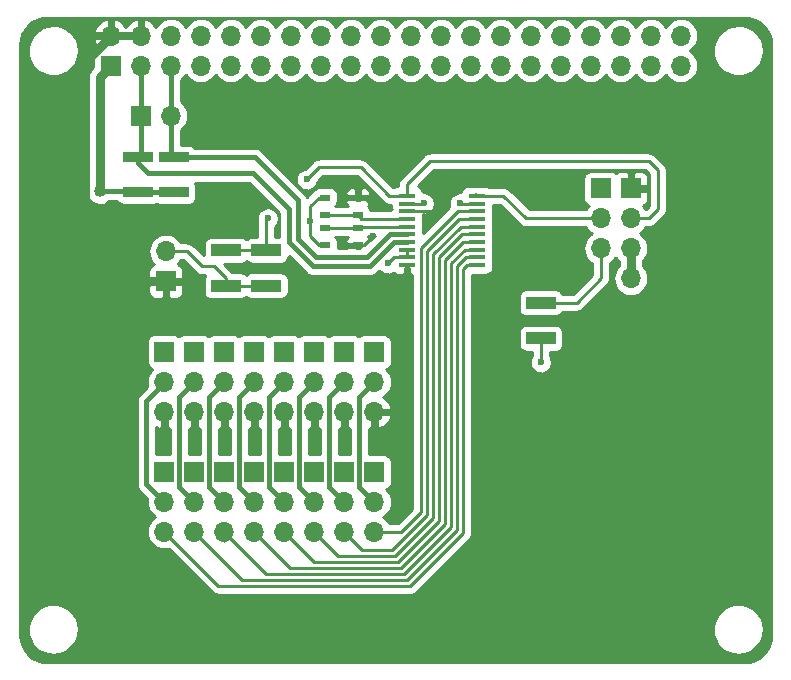
<source format=gbr>
G04 #@! TF.FileFunction,Copper,L1,Top,Signal*
%FSLAX46Y46*%
G04 Gerber Fmt 4.6, Leading zero omitted, Abs format (unit mm)*
G04 Created by KiCad (PCBNEW 4.0.6) date 02/08/19 22:09:57*
%MOMM*%
%LPD*%
G01*
G04 APERTURE LIST*
%ADD10C,0.100000*%
%ADD11R,1.450000X0.450000*%
%ADD12R,1.700000X1.700000*%
%ADD13O,1.700000X1.700000*%
%ADD14R,2.500000X1.000000*%
%ADD15R,2.500000X0.900000*%
%ADD16R,0.900000X0.500000*%
%ADD17C,1.016000*%
%ADD18C,0.600000*%
%ADD19C,0.381000*%
%ADD20C,0.762000*%
%ADD21C,0.254000*%
%ADD22C,0.250000*%
G04 APERTURE END LIST*
D10*
D11*
X133448000Y-90801000D03*
X133448000Y-91451000D03*
X133448000Y-92101000D03*
X133448000Y-92751000D03*
X133448000Y-93401000D03*
X133448000Y-94051000D03*
X133448000Y-94701000D03*
X133448000Y-95351000D03*
X133448000Y-96001000D03*
X133448000Y-96651000D03*
X139348000Y-96651000D03*
X139348000Y-96001000D03*
X139348000Y-95351000D03*
X139348000Y-94701000D03*
X139348000Y-94051000D03*
X139348000Y-93401000D03*
X139348000Y-92751000D03*
X139348000Y-92101000D03*
X139348000Y-91451000D03*
X139348000Y-90801000D03*
D12*
X110910000Y-84000000D03*
D13*
X113450000Y-84000000D03*
D12*
X108370000Y-79770000D03*
D13*
X108370000Y-77230000D03*
X110910000Y-79770000D03*
X110910000Y-77230000D03*
X113450000Y-79770000D03*
X113450000Y-77230000D03*
X115990000Y-79770000D03*
X115990000Y-77230000D03*
X118530000Y-79770000D03*
X118530000Y-77230000D03*
X121070000Y-79770000D03*
X121070000Y-77230000D03*
X123610000Y-79770000D03*
X123610000Y-77230000D03*
X126150000Y-79770000D03*
X126150000Y-77230000D03*
X128690000Y-79770000D03*
X128690000Y-77230000D03*
X131230000Y-79770000D03*
X131230000Y-77230000D03*
X133770000Y-79770000D03*
X133770000Y-77230000D03*
X136310000Y-79770000D03*
X136310000Y-77230000D03*
X138850000Y-79770000D03*
X138850000Y-77230000D03*
X141390000Y-79770000D03*
X141390000Y-77230000D03*
X143930000Y-79770000D03*
X143930000Y-77230000D03*
X146470000Y-79770000D03*
X146470000Y-77230000D03*
X149010000Y-79770000D03*
X149010000Y-77230000D03*
X151550000Y-79770000D03*
X151550000Y-77230000D03*
X154090000Y-79770000D03*
X154090000Y-77230000D03*
X156630000Y-79770000D03*
X156630000Y-77230000D03*
D14*
X121539000Y-95401000D03*
X121539000Y-98401000D03*
X118110000Y-95401000D03*
X118110000Y-98401000D03*
D12*
X112903000Y-104013000D03*
D13*
X112903000Y-106553000D03*
X112903000Y-109093000D03*
D12*
X115443000Y-104013000D03*
D13*
X115443000Y-106553000D03*
X115443000Y-109093000D03*
D12*
X117983000Y-104013000D03*
D13*
X117983000Y-106553000D03*
X117983000Y-109093000D03*
D12*
X120523000Y-104013000D03*
D13*
X120523000Y-106553000D03*
X120523000Y-109093000D03*
D12*
X123063000Y-104013000D03*
D13*
X123063000Y-106553000D03*
X123063000Y-109093000D03*
D12*
X125603000Y-104013000D03*
D13*
X125603000Y-106553000D03*
X125603000Y-109093000D03*
D12*
X128143000Y-104013000D03*
D13*
X128143000Y-106553000D03*
X128143000Y-109093000D03*
D12*
X130683000Y-104013000D03*
D13*
X130683000Y-106553000D03*
X130683000Y-109093000D03*
D12*
X112903000Y-114173000D03*
D13*
X112903000Y-116713000D03*
X112903000Y-119253000D03*
D12*
X115443000Y-114173000D03*
D13*
X115443000Y-116713000D03*
X115443000Y-119253000D03*
D12*
X117983000Y-114173000D03*
D13*
X117983000Y-116713000D03*
X117983000Y-119253000D03*
D12*
X120523000Y-114173000D03*
D13*
X120523000Y-116713000D03*
X120523000Y-119253000D03*
D12*
X123063000Y-114173000D03*
D13*
X123063000Y-116713000D03*
X123063000Y-119253000D03*
D12*
X125603000Y-114173000D03*
D13*
X125603000Y-116713000D03*
X125603000Y-119253000D03*
D12*
X128143000Y-114173000D03*
D13*
X128143000Y-116713000D03*
X128143000Y-119253000D03*
D12*
X130683000Y-114173000D03*
D13*
X130683000Y-116713000D03*
X130683000Y-119253000D03*
D15*
X113704000Y-90450000D03*
X113704000Y-87550000D03*
X110656000Y-90450000D03*
X110656000Y-87550000D03*
D12*
X113030000Y-98044000D03*
D13*
X113030000Y-95504000D03*
D16*
X129286000Y-94984000D03*
X129286000Y-93484000D03*
X129286000Y-90944000D03*
X129286000Y-92444000D03*
X126492000Y-94984000D03*
X126492000Y-93484000D03*
X126492000Y-90944000D03*
X126492000Y-92444000D03*
D14*
X144780000Y-99846000D03*
X144780000Y-102846000D03*
D12*
X152400000Y-90170000D03*
D13*
X152400000Y-92710000D03*
X152400000Y-95250000D03*
X152400000Y-97790000D03*
D12*
X149860000Y-90170000D03*
D13*
X149860000Y-92710000D03*
X149860000Y-95250000D03*
D17*
X107442000Y-90424000D03*
X109728000Y-107696000D03*
D18*
X132334000Y-88646000D03*
X136398000Y-91440000D03*
X130556000Y-91694000D03*
X130556000Y-94234000D03*
X144780000Y-104902000D03*
X137922000Y-91440000D03*
X125222000Y-92964000D03*
X134874000Y-91440000D03*
X131826000Y-96520000D03*
X124968000Y-89408000D03*
X121666000Y-92710000D03*
D19*
X123444000Y-94742000D02*
X123444000Y-91948000D01*
X110656000Y-88050000D02*
X111506000Y-88900000D01*
X111506000Y-88900000D02*
X120396000Y-88900000D01*
X123444000Y-94742000D02*
X125476000Y-96774000D01*
X125476000Y-96774000D02*
X130302000Y-96774000D01*
X130302000Y-96774000D02*
X132375000Y-94701000D01*
X133448000Y-94701000D02*
X132375000Y-94701000D01*
X110656000Y-88050000D02*
X110656000Y-87550000D01*
X123444000Y-91948000D02*
X120396000Y-88900000D01*
X110910000Y-79770000D02*
X110910000Y-84000000D01*
X110910000Y-84000000D02*
X110910000Y-87650000D01*
X124206000Y-94488000D02*
X124206000Y-91186000D01*
X124206000Y-94488000D02*
X125730000Y-96012000D01*
X125730000Y-96012000D02*
X130048000Y-96012000D01*
X130048000Y-96012000D02*
X132009000Y-94051000D01*
X133448000Y-94051000D02*
X132009000Y-94051000D01*
X120570000Y-87550000D02*
X113704000Y-87550000D01*
X124206000Y-91186000D02*
X120570000Y-87550000D01*
X113450000Y-79770000D02*
X113450000Y-84000000D01*
X113450000Y-84000000D02*
X113450000Y-87650000D01*
X107442000Y-90424000D02*
X110630000Y-90424000D01*
D20*
X110630000Y-90424000D02*
X110656000Y-90450000D01*
D19*
X110656000Y-90450000D02*
X113704000Y-90450000D01*
D20*
X108370000Y-79770000D02*
X108370000Y-79844000D01*
X108370000Y-79844000D02*
X107442000Y-80772000D01*
X107442000Y-80772000D02*
X107442000Y-90424000D01*
D21*
X133448000Y-96651000D02*
X133448000Y-98200000D01*
X133448000Y-98200000D02*
X133096000Y-98552000D01*
X133448000Y-92101000D02*
X135737000Y-92101000D01*
X135737000Y-92101000D02*
X136398000Y-91440000D01*
D22*
X113387000Y-98401000D02*
X113030000Y-98044000D01*
D21*
X129806000Y-90944000D02*
X130556000Y-91694000D01*
X129286000Y-90944000D02*
X129806000Y-90944000D01*
X129806000Y-94984000D02*
X130556000Y-94234000D01*
X129806000Y-94984000D02*
X129286000Y-94984000D01*
D20*
X106172000Y-96012000D02*
X106172000Y-79428000D01*
X108370000Y-77230000D02*
X106172000Y-79428000D01*
X108204000Y-98044000D02*
X106172000Y-96012000D01*
X108204000Y-98044000D02*
X113030000Y-98044000D01*
D22*
X108370000Y-77230000D02*
X110910000Y-77230000D01*
X118110000Y-98401000D02*
X118110000Y-97790000D01*
X114808000Y-95504000D02*
X113030000Y-95504000D01*
X116078000Y-96774000D02*
X114808000Y-95504000D01*
X117094000Y-96774000D02*
X116078000Y-96774000D01*
X118110000Y-97790000D02*
X117094000Y-96774000D01*
D21*
X144780000Y-102846000D02*
X144780000Y-104902000D01*
X139348000Y-91451000D02*
X137933000Y-91451000D01*
X137933000Y-91451000D02*
X137922000Y-91440000D01*
X125222000Y-92964000D02*
X125222000Y-91694000D01*
X125222000Y-92964000D02*
X125222000Y-94234000D01*
X125972000Y-94984000D02*
X125222000Y-94234000D01*
X125972000Y-94984000D02*
X126492000Y-94984000D01*
X126492000Y-90944000D02*
X125972000Y-90944000D01*
X125222000Y-91694000D02*
X125972000Y-90944000D01*
D22*
X113133000Y-95401000D02*
X113030000Y-95504000D01*
D21*
X133448000Y-91451000D02*
X134863000Y-91451000D01*
X134863000Y-91451000D02*
X134874000Y-91440000D01*
X133448000Y-95351000D02*
X133448000Y-96001000D01*
X133448000Y-96001000D02*
X133437000Y-96012000D01*
X133437000Y-96012000D02*
X132334000Y-96012000D01*
X132334000Y-96012000D02*
X131826000Y-96520000D01*
X121539000Y-98401000D02*
X119888000Y-98401000D01*
X119888000Y-98401000D02*
X118110000Y-98401000D01*
D22*
X112903000Y-106553000D02*
X112903000Y-106680000D01*
D19*
X112903000Y-106680000D02*
X111379000Y-108204000D01*
X111379000Y-115189000D02*
X112903000Y-116713000D01*
X111379000Y-108204000D02*
X111379000Y-115189000D01*
X115443000Y-106553000D02*
X114173000Y-107823000D01*
X114173000Y-107823000D02*
X114173000Y-110998000D01*
X114173000Y-110998000D02*
X114173000Y-115443000D01*
X114173000Y-115443000D02*
X115443000Y-116713000D01*
X117983000Y-106553000D02*
X116713000Y-107823000D01*
X116713000Y-107823000D02*
X116713000Y-115443000D01*
X116713000Y-115443000D02*
X117983000Y-116713000D01*
D22*
X117856000Y-116713000D02*
X117983000Y-116713000D01*
D19*
X120523000Y-106553000D02*
X119253000Y-107823000D01*
X119253000Y-107823000D02*
X119253000Y-115443000D01*
X119253000Y-115443000D02*
X120523000Y-116713000D01*
X123063000Y-106553000D02*
X121793000Y-107823000D01*
X121793000Y-107823000D02*
X121793000Y-115443000D01*
X121793000Y-115443000D02*
X123063000Y-116713000D01*
X125603000Y-106553000D02*
X124333000Y-107823000D01*
X124333000Y-107823000D02*
X124333000Y-115443000D01*
X124333000Y-115443000D02*
X125603000Y-116713000D01*
X128143000Y-106553000D02*
X126873000Y-107823000D01*
X126873000Y-107823000D02*
X126873000Y-115443000D01*
X126873000Y-115443000D02*
X128143000Y-116713000D01*
X130683000Y-106553000D02*
X129413000Y-107823000D01*
X129413000Y-107823000D02*
X129413000Y-115443000D01*
X129413000Y-115443000D02*
X130683000Y-116713000D01*
D22*
X138176000Y-119380000D02*
X137160000Y-120396000D01*
X133731000Y-123825000D02*
X137160000Y-120396000D01*
X138176000Y-97028000D02*
X138176000Y-119380000D01*
X112903000Y-119253000D02*
X117475000Y-123825000D01*
X117475000Y-123825000D02*
X133731000Y-123825000D01*
X138553000Y-96651000D02*
X139348000Y-96651000D01*
X138176000Y-97028000D02*
X138553000Y-96651000D01*
X112903000Y-119253000D02*
X112903000Y-119253000D01*
X137668000Y-119126000D02*
X136652000Y-120142000D01*
X133477000Y-123317000D02*
X136652000Y-120142000D01*
X137668000Y-96774000D02*
X137668000Y-119126000D01*
X137668000Y-96774000D02*
X138441000Y-96001000D01*
X139348000Y-96001000D02*
X138441000Y-96001000D01*
X119507000Y-123317000D02*
X115443000Y-119253000D01*
X119507000Y-123317000D02*
X133477000Y-123317000D01*
X115443000Y-119253000D02*
X115443000Y-119253000D01*
X115443000Y-119253000D02*
X115443000Y-119761000D01*
X137160000Y-118872000D02*
X136144000Y-119888000D01*
X133223000Y-122809000D02*
X136144000Y-119888000D01*
X137160000Y-96520000D02*
X137160000Y-118872000D01*
X137160000Y-96520000D02*
X138329000Y-95351000D01*
X139348000Y-95351000D02*
X138329000Y-95351000D01*
X121539000Y-122809000D02*
X133223000Y-122809000D01*
X121539000Y-122809000D02*
X117983000Y-119253000D01*
X117983000Y-119253000D02*
X117983000Y-119253000D01*
X117983000Y-119253000D02*
X117983000Y-120015000D01*
X136652000Y-118618000D02*
X135636000Y-119634000D01*
X132969000Y-122301000D02*
X135636000Y-119634000D01*
X136652000Y-96266000D02*
X136652000Y-118618000D01*
X136652000Y-96266000D02*
X138217000Y-94701000D01*
X139348000Y-94701000D02*
X138217000Y-94701000D01*
X123571000Y-122301000D02*
X132969000Y-122301000D01*
X123571000Y-122301000D02*
X120523000Y-119253000D01*
X120523000Y-119253000D02*
X120523000Y-119253000D01*
X120523000Y-119253000D02*
X120523000Y-119634000D01*
X136144000Y-118364000D02*
X135128000Y-119380000D01*
X132715000Y-121793000D02*
X135128000Y-119380000D01*
X136144000Y-96012000D02*
X136144000Y-118364000D01*
X136144000Y-96012000D02*
X138105000Y-94051000D01*
X139348000Y-94051000D02*
X138105000Y-94051000D01*
X125603000Y-121793000D02*
X132715000Y-121793000D01*
X125603000Y-121793000D02*
X123063000Y-119253000D01*
X123063000Y-119253000D02*
X123063000Y-119253000D01*
X132461000Y-121285000D02*
X134620000Y-119126000D01*
X135636000Y-118110000D02*
X134620000Y-119126000D01*
X135636000Y-95758000D02*
X135636000Y-118110000D01*
X135636000Y-95758000D02*
X137993000Y-93401000D01*
X139348000Y-93401000D02*
X137993000Y-93401000D01*
X127635000Y-121285000D02*
X125603000Y-119253000D01*
X127635000Y-121285000D02*
X132461000Y-121285000D01*
X125603000Y-119253000D02*
X125603000Y-119253000D01*
X132207000Y-120777000D02*
X134112000Y-118872000D01*
X135128000Y-117856000D02*
X134112000Y-118872000D01*
X135128000Y-95504000D02*
X135128000Y-117856000D01*
X135128000Y-95504000D02*
X137881000Y-92751000D01*
X139348000Y-92751000D02*
X137881000Y-92751000D01*
X129667000Y-120777000D02*
X128143000Y-119253000D01*
X129667000Y-120777000D02*
X132207000Y-120777000D01*
X128143000Y-119253000D02*
X128143000Y-119253000D01*
X134620000Y-117602000D02*
X133604000Y-118618000D01*
X132969000Y-119253000D02*
X133604000Y-118618000D01*
X134620000Y-95250000D02*
X134620000Y-117602000D01*
X132969000Y-119253000D02*
X130683000Y-119253000D01*
X139348000Y-92101000D02*
X137769000Y-92101000D01*
X134620000Y-95250000D02*
X137769000Y-92101000D01*
X126492000Y-93484000D02*
X129286000Y-93484000D01*
X133448000Y-93401000D02*
X129369000Y-93401000D01*
X129369000Y-93401000D02*
X129286000Y-93484000D01*
X126492000Y-92444000D02*
X129286000Y-92444000D01*
X133448000Y-92751000D02*
X129593000Y-92751000D01*
X129593000Y-92751000D02*
X129286000Y-92444000D01*
D21*
X121539000Y-95401000D02*
X118110000Y-95401000D01*
X131949000Y-90801000D02*
X129540000Y-88392000D01*
X129540000Y-88392000D02*
X125984000Y-88392000D01*
X125984000Y-88392000D02*
X124968000Y-89408000D01*
X133448000Y-90801000D02*
X131949000Y-90801000D01*
X121539000Y-92837000D02*
X121539000Y-95401000D01*
X121666000Y-92710000D02*
X121539000Y-92837000D01*
D22*
X118110000Y-95401000D02*
X118261000Y-95250000D01*
D21*
X133448000Y-90801000D02*
X133448000Y-89818000D01*
X133448000Y-89818000D02*
X135382000Y-87884000D01*
X135382000Y-87884000D02*
X153924000Y-87884000D01*
X153924000Y-87884000D02*
X154686000Y-88646000D01*
X154686000Y-88646000D02*
X154686000Y-91948000D01*
X154686000Y-91948000D02*
X153924000Y-92710000D01*
X153924000Y-92710000D02*
X152400000Y-92710000D01*
X149860000Y-95250000D02*
X149860000Y-97790000D01*
X147804000Y-99846000D02*
X144780000Y-99846000D01*
X149860000Y-97790000D02*
X147804000Y-99846000D01*
X139348000Y-90801000D02*
X141601000Y-90801000D01*
X143510000Y-92710000D02*
X149860000Y-92710000D01*
X141601000Y-90801000D02*
X143510000Y-92710000D01*
X139348000Y-90801000D02*
X139225000Y-90678000D01*
D20*
X152400000Y-95250000D02*
X152400000Y-97790000D01*
D21*
G36*
X162444134Y-75756953D02*
X162871355Y-75885938D01*
X163265384Y-76095446D01*
X163611214Y-76377499D01*
X163895673Y-76721351D01*
X164107929Y-77113910D01*
X164239892Y-77540213D01*
X164290000Y-78016964D01*
X164290000Y-127965279D01*
X164243048Y-128444133D01*
X164114063Y-128871353D01*
X163904554Y-129265384D01*
X163622501Y-129611214D01*
X163278651Y-129895672D01*
X162886093Y-130107927D01*
X162459788Y-130239891D01*
X161983036Y-130290000D01*
X103034721Y-130290000D01*
X102555867Y-130243048D01*
X102128647Y-130114063D01*
X101734616Y-129904554D01*
X101388786Y-129622501D01*
X101104328Y-129278651D01*
X100892073Y-128886093D01*
X100760109Y-128459788D01*
X100710000Y-127983036D01*
X100710000Y-127530158D01*
X101340211Y-127530158D01*
X101387201Y-127949089D01*
X101514668Y-128350915D01*
X101717755Y-128720329D01*
X101988727Y-129043261D01*
X102317263Y-129307411D01*
X102690850Y-129502717D01*
X103095256Y-129621740D01*
X103515080Y-129659947D01*
X103934328Y-129615883D01*
X104337034Y-129491224D01*
X104707857Y-129290721D01*
X105032673Y-129022010D01*
X105299110Y-128695326D01*
X105497019Y-128323112D01*
X105618863Y-127919546D01*
X105657042Y-127530158D01*
X159340211Y-127530158D01*
X159387201Y-127949089D01*
X159514668Y-128350915D01*
X159717755Y-128720329D01*
X159988727Y-129043261D01*
X160317263Y-129307411D01*
X160690850Y-129502717D01*
X161095256Y-129621740D01*
X161515080Y-129659947D01*
X161934328Y-129615883D01*
X162337034Y-129491224D01*
X162707857Y-129290721D01*
X163032673Y-129022010D01*
X163299110Y-128695326D01*
X163497019Y-128323112D01*
X163618863Y-127919546D01*
X163660000Y-127500000D01*
X163659158Y-127439689D01*
X163606323Y-127021455D01*
X163473258Y-126621449D01*
X163265033Y-126254906D01*
X162989578Y-125935789D01*
X162657386Y-125676252D01*
X162281109Y-125486181D01*
X161875080Y-125372815D01*
X161454764Y-125340474D01*
X161036172Y-125390388D01*
X160635246Y-125520657D01*
X160267259Y-125726318D01*
X159946226Y-125999538D01*
X159684376Y-126329910D01*
X159491683Y-126704851D01*
X159375486Y-127110079D01*
X159340211Y-127530158D01*
X105657042Y-127530158D01*
X105660000Y-127500000D01*
X105659158Y-127439689D01*
X105606323Y-127021455D01*
X105473258Y-126621449D01*
X105265033Y-126254906D01*
X104989578Y-125935789D01*
X104657386Y-125676252D01*
X104281109Y-125486181D01*
X103875080Y-125372815D01*
X103454764Y-125340474D01*
X103036172Y-125390388D01*
X102635246Y-125520657D01*
X102267259Y-125726318D01*
X101946226Y-125999538D01*
X101684376Y-126329910D01*
X101491683Y-126704851D01*
X101375486Y-127110079D01*
X101340211Y-127530158D01*
X100710000Y-127530158D01*
X100710000Y-98393250D01*
X111545000Y-98393250D01*
X111545000Y-98956542D01*
X111569403Y-99079223D01*
X111617270Y-99194785D01*
X111686763Y-99298789D01*
X111775211Y-99387237D01*
X111879215Y-99456730D01*
X111994777Y-99504597D01*
X112117458Y-99529000D01*
X112680750Y-99529000D01*
X112839500Y-99370250D01*
X112839500Y-98234500D01*
X113220500Y-98234500D01*
X113220500Y-99370250D01*
X113379250Y-99529000D01*
X113942542Y-99529000D01*
X114065223Y-99504597D01*
X114180785Y-99456730D01*
X114284789Y-99387237D01*
X114373237Y-99298789D01*
X114442730Y-99194785D01*
X114490597Y-99079223D01*
X114515000Y-98956542D01*
X114515000Y-98393250D01*
X114356250Y-98234500D01*
X113220500Y-98234500D01*
X112839500Y-98234500D01*
X111703750Y-98234500D01*
X111545000Y-98393250D01*
X100710000Y-98393250D01*
X100710000Y-90520107D01*
X106297498Y-90520107D01*
X106337962Y-90740578D01*
X106420479Y-90948991D01*
X106541905Y-91137407D01*
X106697615Y-91298650D01*
X106881679Y-91426577D01*
X107087085Y-91516317D01*
X107306009Y-91564451D01*
X107530114Y-91569145D01*
X107750862Y-91530221D01*
X107959846Y-91449162D01*
X108149106Y-91329054D01*
X108232646Y-91249500D01*
X108879757Y-91249500D01*
X108927900Y-91322559D01*
X109064550Y-91439025D01*
X109228237Y-91512810D01*
X109406000Y-91538072D01*
X111906000Y-91538072D01*
X112007121Y-91530008D01*
X112178634Y-91476894D01*
X112185915Y-91472096D01*
X112276237Y-91512810D01*
X112454000Y-91538072D01*
X114954000Y-91538072D01*
X115055121Y-91530008D01*
X115226634Y-91476894D01*
X115376559Y-91378100D01*
X115493025Y-91241450D01*
X115566810Y-91077763D01*
X115592072Y-90900000D01*
X115592072Y-90000000D01*
X115584008Y-89898879D01*
X115530894Y-89727366D01*
X115529664Y-89725500D01*
X120054066Y-89725500D01*
X122618500Y-92289934D01*
X122618500Y-94262928D01*
X122301000Y-94262928D01*
X122301000Y-93396483D01*
X122377215Y-93323904D01*
X122482911Y-93174070D01*
X122557492Y-93006560D01*
X122598116Y-92827754D01*
X122601040Y-92618319D01*
X122565425Y-92438448D01*
X122495550Y-92268920D01*
X122394079Y-92116193D01*
X122264875Y-91986084D01*
X122112860Y-91883549D01*
X121943825Y-91812493D01*
X121764207Y-91775623D01*
X121580849Y-91774343D01*
X121400733Y-91808701D01*
X121230722Y-91877390D01*
X121077291Y-91977793D01*
X120946283Y-92106086D01*
X120842689Y-92257381D01*
X120770454Y-92425916D01*
X120732331Y-92605272D01*
X120729771Y-92788617D01*
X120762872Y-92968968D01*
X120777000Y-93004651D01*
X120777000Y-94262928D01*
X120289000Y-94262928D01*
X120187879Y-94270992D01*
X120016366Y-94324106D01*
X119866441Y-94422900D01*
X119827097Y-94469063D01*
X119701450Y-94361975D01*
X119537763Y-94288190D01*
X119360000Y-94262928D01*
X116860000Y-94262928D01*
X116758879Y-94270992D01*
X116587366Y-94324106D01*
X116437441Y-94422900D01*
X116320975Y-94559550D01*
X116247190Y-94723237D01*
X116221928Y-94901000D01*
X116221928Y-95843126D01*
X115345401Y-94966599D01*
X115291145Y-94922032D01*
X115237375Y-94876914D01*
X115233874Y-94874989D01*
X115230785Y-94872452D01*
X115168933Y-94839287D01*
X115107396Y-94805457D01*
X115103584Y-94804248D01*
X115100065Y-94802361D01*
X115032969Y-94781848D01*
X114966013Y-94760608D01*
X114962041Y-94760162D01*
X114958219Y-94758994D01*
X114888351Y-94751897D01*
X114818611Y-94744074D01*
X114810806Y-94744020D01*
X114810653Y-94744004D01*
X114810510Y-94744018D01*
X114808000Y-94744000D01*
X114307556Y-94744000D01*
X114279780Y-94690869D01*
X114098177Y-94465000D01*
X113876161Y-94278706D01*
X113622189Y-94139084D01*
X113345934Y-94051451D01*
X113057919Y-94019145D01*
X113037185Y-94019000D01*
X113022815Y-94019000D01*
X112734377Y-94047282D01*
X112456925Y-94131049D01*
X112201029Y-94267112D01*
X111976433Y-94450287D01*
X111791694Y-94673599D01*
X111653848Y-94928539D01*
X111568146Y-95205399D01*
X111537851Y-95493633D01*
X111564118Y-95782261D01*
X111645947Y-96060291D01*
X111780220Y-96317131D01*
X111961823Y-96543000D01*
X112007061Y-96580959D01*
X111994777Y-96583403D01*
X111879215Y-96631270D01*
X111775211Y-96700763D01*
X111686763Y-96789211D01*
X111617270Y-96893215D01*
X111569403Y-97008777D01*
X111545000Y-97131458D01*
X111545000Y-97694750D01*
X111703750Y-97853500D01*
X112839500Y-97853500D01*
X112839500Y-97833500D01*
X113220500Y-97833500D01*
X113220500Y-97853500D01*
X114356250Y-97853500D01*
X114515000Y-97694750D01*
X114515000Y-97131458D01*
X114490597Y-97008777D01*
X114442730Y-96893215D01*
X114373237Y-96789211D01*
X114284789Y-96700763D01*
X114180785Y-96631270D01*
X114065223Y-96583403D01*
X114054647Y-96581299D01*
X114083567Y-96557713D01*
X114268306Y-96334401D01*
X114306372Y-96264000D01*
X114493198Y-96264000D01*
X115540599Y-97311401D01*
X115594855Y-97355968D01*
X115648625Y-97401086D01*
X115652126Y-97403011D01*
X115655215Y-97405548D01*
X115717067Y-97438713D01*
X115778604Y-97472543D01*
X115782416Y-97473752D01*
X115785935Y-97475639D01*
X115853031Y-97496152D01*
X115919987Y-97517392D01*
X115923959Y-97517838D01*
X115927781Y-97519006D01*
X115997605Y-97526098D01*
X116067389Y-97533926D01*
X116075204Y-97533981D01*
X116075347Y-97533995D01*
X116075480Y-97533982D01*
X116078000Y-97534000D01*
X116342751Y-97534000D01*
X116320975Y-97559550D01*
X116247190Y-97723237D01*
X116221928Y-97901000D01*
X116221928Y-98901000D01*
X116229992Y-99002121D01*
X116283106Y-99173634D01*
X116381900Y-99323559D01*
X116518550Y-99440025D01*
X116682237Y-99513810D01*
X116860000Y-99539072D01*
X119360000Y-99539072D01*
X119461121Y-99531008D01*
X119632634Y-99477894D01*
X119782559Y-99379100D01*
X119821903Y-99332937D01*
X119947550Y-99440025D01*
X120111237Y-99513810D01*
X120289000Y-99539072D01*
X122789000Y-99539072D01*
X122890121Y-99531008D01*
X123061634Y-99477894D01*
X123211559Y-99379100D01*
X123328025Y-99242450D01*
X123401810Y-99078763D01*
X123427072Y-98901000D01*
X123427072Y-97901000D01*
X123419008Y-97799879D01*
X123365894Y-97628366D01*
X123267100Y-97478441D01*
X123130450Y-97361975D01*
X122966763Y-97288190D01*
X122789000Y-97262928D01*
X120289000Y-97262928D01*
X120187879Y-97270992D01*
X120016366Y-97324106D01*
X119866441Y-97422900D01*
X119827097Y-97469063D01*
X119701450Y-97361975D01*
X119537763Y-97288190D01*
X119360000Y-97262928D01*
X118657066Y-97262928D01*
X118654852Y-97260154D01*
X118649369Y-97254594D01*
X118649274Y-97254478D01*
X118649166Y-97254389D01*
X118647401Y-97252599D01*
X117933874Y-96539072D01*
X119360000Y-96539072D01*
X119461121Y-96531008D01*
X119632634Y-96477894D01*
X119782559Y-96379100D01*
X119821903Y-96332937D01*
X119947550Y-96440025D01*
X120111237Y-96513810D01*
X120289000Y-96539072D01*
X122789000Y-96539072D01*
X122890121Y-96531008D01*
X123061634Y-96477894D01*
X123211559Y-96379100D01*
X123328025Y-96242450D01*
X123401810Y-96078763D01*
X123427072Y-95901000D01*
X123427072Y-95892506D01*
X124892283Y-97357717D01*
X124951226Y-97406133D01*
X125009620Y-97455131D01*
X125013425Y-97457223D01*
X125016778Y-97459977D01*
X125084012Y-97496028D01*
X125150801Y-97532746D01*
X125154933Y-97534057D01*
X125158764Y-97536111D01*
X125231741Y-97558422D01*
X125304369Y-97581461D01*
X125308683Y-97581945D01*
X125312834Y-97583214D01*
X125388716Y-97590922D01*
X125464474Y-97599420D01*
X125472950Y-97599479D01*
X125473119Y-97599496D01*
X125473277Y-97599481D01*
X125476000Y-97599500D01*
X130302000Y-97599500D01*
X130377858Y-97592062D01*
X130453852Y-97585413D01*
X130458023Y-97584201D01*
X130462340Y-97583778D01*
X130535334Y-97561740D01*
X130608564Y-97540465D01*
X130612416Y-97538468D01*
X130616574Y-97537213D01*
X130683884Y-97501423D01*
X130751600Y-97466323D01*
X130754996Y-97463612D01*
X130758825Y-97461576D01*
X130817892Y-97413403D01*
X130877510Y-97365810D01*
X130883551Y-97359853D01*
X130883676Y-97359751D01*
X130883772Y-97359635D01*
X130885717Y-97357717D01*
X131114338Y-97129096D01*
X131217076Y-97235484D01*
X131367644Y-97340131D01*
X131535671Y-97413540D01*
X131714757Y-97452915D01*
X131898079Y-97456755D01*
X132078657Y-97424914D01*
X132249610Y-97358606D01*
X132285074Y-97336100D01*
X132318211Y-97369237D01*
X132422215Y-97438730D01*
X132537777Y-97486597D01*
X132660458Y-97511000D01*
X133098750Y-97511000D01*
X133257500Y-97352250D01*
X133257500Y-96864072D01*
X133638500Y-96864072D01*
X133638500Y-97352250D01*
X133797250Y-97511000D01*
X133860000Y-97511000D01*
X133860000Y-117287198D01*
X132654198Y-118493000D01*
X131960556Y-118493000D01*
X131932780Y-118439869D01*
X131751177Y-118214000D01*
X131529161Y-118027706D01*
X131448753Y-117983502D01*
X131511971Y-117949888D01*
X131736567Y-117766713D01*
X131921306Y-117543401D01*
X132059152Y-117288461D01*
X132144854Y-117011601D01*
X132175149Y-116723367D01*
X132148882Y-116434739D01*
X132067053Y-116156709D01*
X131932780Y-115899869D01*
X131751177Y-115674000D01*
X131701349Y-115632189D01*
X131805634Y-115599894D01*
X131955559Y-115501100D01*
X132072025Y-115364450D01*
X132145810Y-115200763D01*
X132171072Y-115023000D01*
X132171072Y-113323000D01*
X132163008Y-113221879D01*
X132109894Y-113050366D01*
X132011100Y-112900441D01*
X131874450Y-112783975D01*
X131710763Y-112710190D01*
X131533000Y-112684928D01*
X130238500Y-112684928D01*
X130238500Y-110507320D01*
X130264458Y-110517805D01*
X130492500Y-110406988D01*
X130492500Y-109283500D01*
X130873500Y-109283500D01*
X130873500Y-110406988D01*
X131101542Y-110517805D01*
X131371465Y-110408774D01*
X131614931Y-110249179D01*
X131822584Y-110045153D01*
X131986443Y-109804536D01*
X132100211Y-109536575D01*
X132107797Y-109511540D01*
X131995497Y-109283500D01*
X130873500Y-109283500D01*
X130492500Y-109283500D01*
X130472500Y-109283500D01*
X130472500Y-108902500D01*
X130492500Y-108902500D01*
X130492500Y-108882500D01*
X130873500Y-108882500D01*
X130873500Y-108902500D01*
X131995497Y-108902500D01*
X132107797Y-108674460D01*
X132100211Y-108649425D01*
X131986443Y-108381464D01*
X131822584Y-108140847D01*
X131614931Y-107936821D01*
X131445057Y-107825467D01*
X131511971Y-107789888D01*
X131736567Y-107606713D01*
X131921306Y-107383401D01*
X132059152Y-107128461D01*
X132144854Y-106851601D01*
X132175149Y-106563367D01*
X132148882Y-106274739D01*
X132067053Y-105996709D01*
X131932780Y-105739869D01*
X131751177Y-105514000D01*
X131701349Y-105472189D01*
X131805634Y-105439894D01*
X131955559Y-105341100D01*
X132072025Y-105204450D01*
X132145810Y-105040763D01*
X132171072Y-104863000D01*
X132171072Y-103163000D01*
X132163008Y-103061879D01*
X132109894Y-102890366D01*
X132011100Y-102740441D01*
X131874450Y-102623975D01*
X131710763Y-102550190D01*
X131533000Y-102524928D01*
X129833000Y-102524928D01*
X129731879Y-102532992D01*
X129560366Y-102586106D01*
X129410441Y-102684900D01*
X129408544Y-102687125D01*
X129334450Y-102623975D01*
X129170763Y-102550190D01*
X128993000Y-102524928D01*
X127293000Y-102524928D01*
X127191879Y-102532992D01*
X127020366Y-102586106D01*
X126870441Y-102684900D01*
X126868544Y-102687125D01*
X126794450Y-102623975D01*
X126630763Y-102550190D01*
X126453000Y-102524928D01*
X124753000Y-102524928D01*
X124651879Y-102532992D01*
X124480366Y-102586106D01*
X124330441Y-102684900D01*
X124328544Y-102687125D01*
X124254450Y-102623975D01*
X124090763Y-102550190D01*
X123913000Y-102524928D01*
X122213000Y-102524928D01*
X122111879Y-102532992D01*
X121940366Y-102586106D01*
X121790441Y-102684900D01*
X121788544Y-102687125D01*
X121714450Y-102623975D01*
X121550763Y-102550190D01*
X121373000Y-102524928D01*
X119673000Y-102524928D01*
X119571879Y-102532992D01*
X119400366Y-102586106D01*
X119250441Y-102684900D01*
X119248544Y-102687125D01*
X119174450Y-102623975D01*
X119010763Y-102550190D01*
X118833000Y-102524928D01*
X117133000Y-102524928D01*
X117031879Y-102532992D01*
X116860366Y-102586106D01*
X116710441Y-102684900D01*
X116708544Y-102687125D01*
X116634450Y-102623975D01*
X116470763Y-102550190D01*
X116293000Y-102524928D01*
X114593000Y-102524928D01*
X114491879Y-102532992D01*
X114320366Y-102586106D01*
X114170441Y-102684900D01*
X114168544Y-102687125D01*
X114094450Y-102623975D01*
X113930763Y-102550190D01*
X113753000Y-102524928D01*
X112053000Y-102524928D01*
X111951879Y-102532992D01*
X111780366Y-102586106D01*
X111630441Y-102684900D01*
X111513975Y-102821550D01*
X111440190Y-102985237D01*
X111414928Y-103163000D01*
X111414928Y-104863000D01*
X111422992Y-104964121D01*
X111476106Y-105135634D01*
X111574900Y-105285559D01*
X111711550Y-105402025D01*
X111875237Y-105475810D01*
X111877776Y-105476171D01*
X111849433Y-105499287D01*
X111664694Y-105722599D01*
X111526848Y-105977539D01*
X111441146Y-106254399D01*
X111410851Y-106542633D01*
X111437118Y-106831261D01*
X111470587Y-106944979D01*
X110795283Y-107620283D01*
X110746867Y-107679226D01*
X110697869Y-107737620D01*
X110695777Y-107741425D01*
X110693023Y-107744778D01*
X110656991Y-107811977D01*
X110620254Y-107878801D01*
X110618942Y-107882937D01*
X110616890Y-107886764D01*
X110594593Y-107959695D01*
X110571539Y-108032369D01*
X110571055Y-108036683D01*
X110569786Y-108040834D01*
X110562078Y-108116716D01*
X110553580Y-108192474D01*
X110553521Y-108200950D01*
X110553504Y-108201119D01*
X110553519Y-108201277D01*
X110553500Y-108204000D01*
X110553500Y-115189000D01*
X110560938Y-115264858D01*
X110567587Y-115340852D01*
X110568799Y-115345023D01*
X110569222Y-115349340D01*
X110591260Y-115422334D01*
X110612535Y-115495564D01*
X110614532Y-115499416D01*
X110615787Y-115503574D01*
X110651577Y-115570884D01*
X110686677Y-115638600D01*
X110689388Y-115641996D01*
X110691424Y-115645825D01*
X110739597Y-115704892D01*
X110787190Y-115764510D01*
X110793147Y-115770551D01*
X110793249Y-115770676D01*
X110793365Y-115770772D01*
X110795283Y-115772717D01*
X111440748Y-116418182D01*
X111410851Y-116702633D01*
X111437118Y-116991261D01*
X111518947Y-117269291D01*
X111653220Y-117526131D01*
X111834823Y-117752000D01*
X112056839Y-117938294D01*
X112137247Y-117982498D01*
X112074029Y-118016112D01*
X111849433Y-118199287D01*
X111664694Y-118422599D01*
X111526848Y-118677539D01*
X111441146Y-118954399D01*
X111410851Y-119242633D01*
X111437118Y-119531261D01*
X111518947Y-119809291D01*
X111653220Y-120066131D01*
X111834823Y-120292000D01*
X112056839Y-120478294D01*
X112310811Y-120617916D01*
X112587066Y-120705549D01*
X112875081Y-120737855D01*
X112895815Y-120738000D01*
X112910185Y-120738000D01*
X113198623Y-120709718D01*
X113264905Y-120689707D01*
X116937599Y-124362401D01*
X116991855Y-124406968D01*
X117045625Y-124452086D01*
X117049126Y-124454011D01*
X117052215Y-124456548D01*
X117114067Y-124489713D01*
X117175604Y-124523543D01*
X117179416Y-124524752D01*
X117182935Y-124526639D01*
X117250031Y-124547152D01*
X117316987Y-124568392D01*
X117320959Y-124568838D01*
X117324781Y-124570006D01*
X117394605Y-124577098D01*
X117464389Y-124584926D01*
X117472204Y-124584981D01*
X117472347Y-124584995D01*
X117472480Y-124584982D01*
X117475000Y-124585000D01*
X133731000Y-124585000D01*
X133800877Y-124578149D01*
X133870803Y-124572031D01*
X133874641Y-124570916D01*
X133878618Y-124570526D01*
X133945821Y-124550236D01*
X134013240Y-124530649D01*
X134016788Y-124528810D01*
X134020613Y-124527655D01*
X134082591Y-124494701D01*
X134144925Y-124462390D01*
X134148048Y-124459897D01*
X134151578Y-124458020D01*
X134205987Y-124413645D01*
X134260846Y-124369852D01*
X134266406Y-124364369D01*
X134266522Y-124364274D01*
X134266611Y-124364166D01*
X134268401Y-124362401D01*
X138713401Y-119917401D01*
X138757968Y-119863145D01*
X138803086Y-119809375D01*
X138805011Y-119805874D01*
X138807548Y-119802785D01*
X138840713Y-119740933D01*
X138874543Y-119679396D01*
X138875752Y-119675584D01*
X138877639Y-119672065D01*
X138898152Y-119604969D01*
X138919392Y-119538013D01*
X138919838Y-119534041D01*
X138921006Y-119530219D01*
X138928103Y-119460351D01*
X138935926Y-119390611D01*
X138935980Y-119382806D01*
X138935996Y-119382653D01*
X138935982Y-119382510D01*
X138936000Y-119380000D01*
X138936000Y-102346000D01*
X142891928Y-102346000D01*
X142891928Y-103346000D01*
X142899992Y-103447121D01*
X142953106Y-103618634D01*
X143051900Y-103768559D01*
X143188550Y-103885025D01*
X143352237Y-103958810D01*
X143530000Y-103984072D01*
X144018000Y-103984072D01*
X144018000Y-104359839D01*
X143956689Y-104449381D01*
X143884454Y-104617916D01*
X143846331Y-104797272D01*
X143843771Y-104980617D01*
X143876872Y-105160968D01*
X143944372Y-105331454D01*
X144043701Y-105485583D01*
X144171076Y-105617484D01*
X144321644Y-105722131D01*
X144489671Y-105795540D01*
X144668757Y-105834915D01*
X144852079Y-105838755D01*
X145032657Y-105806914D01*
X145203610Y-105740606D01*
X145358429Y-105642355D01*
X145491215Y-105515904D01*
X145596911Y-105366070D01*
X145671492Y-105198560D01*
X145712116Y-105019754D01*
X145715040Y-104810319D01*
X145679425Y-104630448D01*
X145609550Y-104460920D01*
X145542000Y-104359248D01*
X145542000Y-103984072D01*
X146030000Y-103984072D01*
X146131121Y-103976008D01*
X146302634Y-103922894D01*
X146452559Y-103824100D01*
X146569025Y-103687450D01*
X146642810Y-103523763D01*
X146668072Y-103346000D01*
X146668072Y-102346000D01*
X146660008Y-102244879D01*
X146606894Y-102073366D01*
X146508100Y-101923441D01*
X146371450Y-101806975D01*
X146207763Y-101733190D01*
X146030000Y-101707928D01*
X143530000Y-101707928D01*
X143428879Y-101715992D01*
X143257366Y-101769106D01*
X143107441Y-101867900D01*
X142990975Y-102004550D01*
X142917190Y-102168237D01*
X142891928Y-102346000D01*
X138936000Y-102346000D01*
X138936000Y-97514072D01*
X140073000Y-97514072D01*
X140174121Y-97506008D01*
X140345634Y-97452894D01*
X140495559Y-97354100D01*
X140612025Y-97217450D01*
X140685810Y-97053763D01*
X140711072Y-96876000D01*
X140711072Y-96426000D01*
X140703008Y-96324879D01*
X140698904Y-96311626D01*
X140711072Y-96226000D01*
X140711072Y-95776000D01*
X140703008Y-95674879D01*
X140698904Y-95661626D01*
X140711072Y-95576000D01*
X140711072Y-95126000D01*
X140703008Y-95024879D01*
X140698904Y-95011626D01*
X140711072Y-94926000D01*
X140711072Y-94476000D01*
X140703008Y-94374879D01*
X140698904Y-94361626D01*
X140711072Y-94276000D01*
X140711072Y-93826000D01*
X140703008Y-93724879D01*
X140698904Y-93711626D01*
X140711072Y-93626000D01*
X140711072Y-93176000D01*
X140703008Y-93074879D01*
X140698904Y-93061626D01*
X140711072Y-92976000D01*
X140711072Y-92526000D01*
X140703008Y-92424879D01*
X140698904Y-92411626D01*
X140711072Y-92326000D01*
X140711072Y-91876000D01*
X140703008Y-91774879D01*
X140698904Y-91761626D01*
X140711072Y-91676000D01*
X140711072Y-91563000D01*
X141285370Y-91563000D01*
X142971185Y-93248816D01*
X143025629Y-93293537D01*
X143079495Y-93338736D01*
X143083003Y-93340664D01*
X143086103Y-93343211D01*
X143148185Y-93376499D01*
X143209816Y-93410381D01*
X143213634Y-93411592D01*
X143217168Y-93413487D01*
X143284537Y-93434084D01*
X143351571Y-93455348D01*
X143355549Y-93455794D01*
X143359385Y-93456967D01*
X143429422Y-93464081D01*
X143499361Y-93471926D01*
X143507197Y-93471981D01*
X143507340Y-93471995D01*
X143507473Y-93471982D01*
X143510000Y-93472000D01*
X148583489Y-93472000D01*
X148610220Y-93523131D01*
X148791823Y-93749000D01*
X149013839Y-93935294D01*
X149094247Y-93979498D01*
X149031029Y-94013112D01*
X148806433Y-94196287D01*
X148621694Y-94419599D01*
X148483848Y-94674539D01*
X148398146Y-94951399D01*
X148367851Y-95239633D01*
X148394118Y-95528261D01*
X148475947Y-95806291D01*
X148610220Y-96063131D01*
X148791823Y-96289000D01*
X149013839Y-96475294D01*
X149098000Y-96521562D01*
X149098000Y-97474370D01*
X147488370Y-99084000D01*
X146610187Y-99084000D01*
X146606894Y-99073366D01*
X146508100Y-98923441D01*
X146371450Y-98806975D01*
X146207763Y-98733190D01*
X146030000Y-98707928D01*
X143530000Y-98707928D01*
X143428879Y-98715992D01*
X143257366Y-98769106D01*
X143107441Y-98867900D01*
X142990975Y-99004550D01*
X142917190Y-99168237D01*
X142891928Y-99346000D01*
X142891928Y-100346000D01*
X142899992Y-100447121D01*
X142953106Y-100618634D01*
X143051900Y-100768559D01*
X143188550Y-100885025D01*
X143352237Y-100958810D01*
X143530000Y-100984072D01*
X146030000Y-100984072D01*
X146131121Y-100976008D01*
X146302634Y-100922894D01*
X146452559Y-100824100D01*
X146569025Y-100687450D01*
X146604839Y-100608000D01*
X147804000Y-100608000D01*
X147874114Y-100601125D01*
X147944170Y-100594996D01*
X147948013Y-100593880D01*
X147952007Y-100593488D01*
X148019460Y-100573123D01*
X148086982Y-100553506D01*
X148090538Y-100551663D01*
X148094376Y-100550504D01*
X148156553Y-100517444D01*
X148219014Y-100485067D01*
X148222144Y-100482568D01*
X148225684Y-100480686D01*
X148280231Y-100436199D01*
X148335240Y-100392286D01*
X148340815Y-100386788D01*
X148340931Y-100386693D01*
X148341020Y-100386585D01*
X148342815Y-100384815D01*
X150398815Y-98328815D01*
X150443512Y-98274401D01*
X150488736Y-98220505D01*
X150490664Y-98216997D01*
X150493211Y-98213897D01*
X150526490Y-98151831D01*
X150560381Y-98090184D01*
X150561593Y-98086364D01*
X150563486Y-98082833D01*
X150584061Y-98015536D01*
X150605348Y-97948429D01*
X150605795Y-97944446D01*
X150606966Y-97940615D01*
X150614075Y-97870627D01*
X150621926Y-97800639D01*
X150621981Y-97792803D01*
X150621995Y-97792660D01*
X150621982Y-97792527D01*
X150622000Y-97790000D01*
X150622000Y-96522497D01*
X150688971Y-96486888D01*
X150913567Y-96303713D01*
X151098306Y-96080401D01*
X151129290Y-96023097D01*
X151150220Y-96063131D01*
X151331823Y-96289000D01*
X151384000Y-96332782D01*
X151384000Y-96705648D01*
X151346433Y-96736287D01*
X151161694Y-96959599D01*
X151023848Y-97214539D01*
X150938146Y-97491399D01*
X150907851Y-97779633D01*
X150934118Y-98068261D01*
X151015947Y-98346291D01*
X151150220Y-98603131D01*
X151331823Y-98829000D01*
X151553839Y-99015294D01*
X151807811Y-99154916D01*
X152084066Y-99242549D01*
X152372081Y-99274855D01*
X152392815Y-99275000D01*
X152407185Y-99275000D01*
X152695623Y-99246718D01*
X152973075Y-99162951D01*
X153228971Y-99026888D01*
X153453567Y-98843713D01*
X153638306Y-98620401D01*
X153776152Y-98365461D01*
X153861854Y-98088601D01*
X153892149Y-97800367D01*
X153865882Y-97511739D01*
X153784053Y-97233709D01*
X153649780Y-96976869D01*
X153468177Y-96751000D01*
X153416000Y-96707218D01*
X153416000Y-96334352D01*
X153453567Y-96303713D01*
X153638306Y-96080401D01*
X153776152Y-95825461D01*
X153861854Y-95548601D01*
X153892149Y-95260367D01*
X153865882Y-94971739D01*
X153784053Y-94693709D01*
X153649780Y-94436869D01*
X153468177Y-94211000D01*
X153246161Y-94024706D01*
X153165753Y-93980502D01*
X153228971Y-93946888D01*
X153453567Y-93763713D01*
X153638306Y-93540401D01*
X153675290Y-93472000D01*
X153924000Y-93472000D01*
X153994114Y-93465125D01*
X154064170Y-93458996D01*
X154068013Y-93457880D01*
X154072007Y-93457488D01*
X154139460Y-93437123D01*
X154206982Y-93417506D01*
X154210538Y-93415663D01*
X154214376Y-93414504D01*
X154276553Y-93381444D01*
X154339014Y-93349067D01*
X154342144Y-93346568D01*
X154345684Y-93344686D01*
X154400231Y-93300199D01*
X154455240Y-93256286D01*
X154460815Y-93250788D01*
X154460931Y-93250693D01*
X154461020Y-93250585D01*
X154462815Y-93248815D01*
X155224816Y-92486815D01*
X155269537Y-92432371D01*
X155314736Y-92378505D01*
X155316664Y-92374997D01*
X155319211Y-92371897D01*
X155352509Y-92309796D01*
X155386381Y-92248184D01*
X155387591Y-92244368D01*
X155389487Y-92240833D01*
X155410088Y-92173449D01*
X155431348Y-92106429D01*
X155431794Y-92102451D01*
X155432967Y-92098615D01*
X155440081Y-92028578D01*
X155447926Y-91958639D01*
X155447981Y-91950803D01*
X155447995Y-91950660D01*
X155447982Y-91950527D01*
X155448000Y-91948000D01*
X155448000Y-88646000D01*
X155441130Y-88575936D01*
X155434997Y-88505830D01*
X155433879Y-88501982D01*
X155433488Y-88497993D01*
X155413135Y-88430582D01*
X155393506Y-88363018D01*
X155391663Y-88359462D01*
X155390504Y-88355624D01*
X155357444Y-88293447D01*
X155325067Y-88230986D01*
X155322568Y-88227856D01*
X155320686Y-88224316D01*
X155276199Y-88169769D01*
X155232286Y-88114760D01*
X155226784Y-88109181D01*
X155226693Y-88109069D01*
X155226589Y-88108983D01*
X155224816Y-88107185D01*
X154462815Y-87345185D01*
X154408401Y-87300488D01*
X154354505Y-87255264D01*
X154350997Y-87253336D01*
X154347897Y-87250789D01*
X154285831Y-87217510D01*
X154224184Y-87183619D01*
X154220364Y-87182407D01*
X154216833Y-87180514D01*
X154149536Y-87159939D01*
X154082429Y-87138652D01*
X154078446Y-87138205D01*
X154074615Y-87137034D01*
X154004627Y-87129925D01*
X153934639Y-87122074D01*
X153926803Y-87122019D01*
X153926660Y-87122005D01*
X153926527Y-87122018D01*
X153924000Y-87122000D01*
X135382000Y-87122000D01*
X135311891Y-87128874D01*
X135241829Y-87135004D01*
X135237986Y-87136120D01*
X135233993Y-87136512D01*
X135166552Y-87156874D01*
X135099018Y-87176494D01*
X135095462Y-87178337D01*
X135091624Y-87179496D01*
X135029447Y-87212556D01*
X134966986Y-87244933D01*
X134963856Y-87247432D01*
X134960316Y-87249314D01*
X134905769Y-87293801D01*
X134850760Y-87337714D01*
X134845185Y-87343212D01*
X134845069Y-87343307D01*
X134844980Y-87343415D01*
X134843185Y-87345185D01*
X132909185Y-89279185D01*
X132864488Y-89333599D01*
X132819264Y-89387495D01*
X132817336Y-89391003D01*
X132814789Y-89394103D01*
X132781510Y-89456169D01*
X132747619Y-89517816D01*
X132746407Y-89521636D01*
X132744514Y-89525167D01*
X132723939Y-89592464D01*
X132702652Y-89659571D01*
X132702205Y-89663554D01*
X132701034Y-89667385D01*
X132693925Y-89737373D01*
X132686074Y-89807361D01*
X132686019Y-89815197D01*
X132686005Y-89815340D01*
X132686018Y-89815473D01*
X132686000Y-89818000D01*
X132686000Y-89940879D01*
X132621879Y-89945992D01*
X132450366Y-89999106D01*
X132389825Y-90039000D01*
X132264631Y-90039000D01*
X130078815Y-87853185D01*
X130024401Y-87808488D01*
X129970505Y-87763264D01*
X129966997Y-87761336D01*
X129963897Y-87758789D01*
X129901831Y-87725510D01*
X129840184Y-87691619D01*
X129836364Y-87690407D01*
X129832833Y-87688514D01*
X129765536Y-87667939D01*
X129698429Y-87646652D01*
X129694446Y-87646205D01*
X129690615Y-87645034D01*
X129620627Y-87637925D01*
X129550639Y-87630074D01*
X129542803Y-87630019D01*
X129542660Y-87630005D01*
X129542527Y-87630018D01*
X129540000Y-87630000D01*
X125984000Y-87630000D01*
X125913936Y-87636870D01*
X125843830Y-87643003D01*
X125839982Y-87644121D01*
X125835993Y-87644512D01*
X125768582Y-87664865D01*
X125701018Y-87684494D01*
X125697462Y-87686337D01*
X125693624Y-87687496D01*
X125631447Y-87720556D01*
X125568986Y-87752933D01*
X125565856Y-87755432D01*
X125562316Y-87757314D01*
X125507769Y-87801801D01*
X125452760Y-87845714D01*
X125447185Y-87851212D01*
X125447069Y-87851307D01*
X125446980Y-87851415D01*
X125445185Y-87853185D01*
X124812633Y-88485737D01*
X124702733Y-88506701D01*
X124532722Y-88575390D01*
X124379291Y-88675793D01*
X124248283Y-88804086D01*
X124144689Y-88955381D01*
X124072454Y-89123916D01*
X124034331Y-89303272D01*
X124031771Y-89486617D01*
X124064872Y-89666968D01*
X124132372Y-89837454D01*
X124231701Y-89991583D01*
X124359076Y-90123484D01*
X124509644Y-90228131D01*
X124677671Y-90301540D01*
X124856757Y-90340915D01*
X125040079Y-90344755D01*
X125220657Y-90312914D01*
X125391610Y-90246606D01*
X125546429Y-90148355D01*
X125679215Y-90021904D01*
X125784911Y-89872070D01*
X125859492Y-89704560D01*
X125891955Y-89561675D01*
X126299630Y-89154000D01*
X129224370Y-89154000D01*
X131410184Y-91339815D01*
X131464597Y-91384510D01*
X131518495Y-91429736D01*
X131522006Y-91431666D01*
X131525103Y-91434210D01*
X131587130Y-91467469D01*
X131648816Y-91501381D01*
X131652636Y-91502593D01*
X131656167Y-91504486D01*
X131723464Y-91525061D01*
X131790571Y-91546348D01*
X131794554Y-91546795D01*
X131798385Y-91547966D01*
X131868373Y-91555075D01*
X131938361Y-91562926D01*
X131946197Y-91562981D01*
X131946340Y-91562995D01*
X131946473Y-91562982D01*
X131949000Y-91563000D01*
X132084928Y-91563000D01*
X132084928Y-91676000D01*
X132092992Y-91777121D01*
X132094353Y-91781517D01*
X132088000Y-91813458D01*
X132088000Y-91829750D01*
X132118841Y-91860591D01*
X132134296Y-91910498D01*
X132088000Y-91910498D01*
X132088000Y-91991000D01*
X130334458Y-91991000D01*
X130312894Y-91921366D01*
X130214100Y-91771441D01*
X130126503Y-91696783D01*
X130140789Y-91687237D01*
X130229237Y-91598789D01*
X130298730Y-91494785D01*
X130346597Y-91379223D01*
X130371000Y-91256542D01*
X130371000Y-91227750D01*
X130212250Y-91069000D01*
X129476500Y-91069000D01*
X129476500Y-91154500D01*
X129095500Y-91154500D01*
X129095500Y-91069000D01*
X128359750Y-91069000D01*
X128201000Y-91227750D01*
X128201000Y-91256542D01*
X128225403Y-91379223D01*
X128273270Y-91494785D01*
X128342763Y-91598789D01*
X128427974Y-91684000D01*
X127346500Y-91684000D01*
X127364559Y-91672100D01*
X127481025Y-91535450D01*
X127554810Y-91371763D01*
X127580072Y-91194000D01*
X127580072Y-90694000D01*
X127575085Y-90631458D01*
X128201000Y-90631458D01*
X128201000Y-90660250D01*
X128359750Y-90819000D01*
X129095500Y-90819000D01*
X129095500Y-90217750D01*
X129476500Y-90217750D01*
X129476500Y-90819000D01*
X130212250Y-90819000D01*
X130371000Y-90660250D01*
X130371000Y-90631458D01*
X130346597Y-90508777D01*
X130298730Y-90393215D01*
X130229237Y-90289211D01*
X130140789Y-90200763D01*
X130036785Y-90131270D01*
X129921223Y-90083403D01*
X129798542Y-90059000D01*
X129635250Y-90059000D01*
X129476500Y-90217750D01*
X129095500Y-90217750D01*
X128936750Y-90059000D01*
X128773458Y-90059000D01*
X128650777Y-90083403D01*
X128535215Y-90131270D01*
X128431211Y-90200763D01*
X128342763Y-90289211D01*
X128273270Y-90393215D01*
X128225403Y-90508777D01*
X128201000Y-90631458D01*
X127575085Y-90631458D01*
X127572008Y-90592879D01*
X127518894Y-90421366D01*
X127420100Y-90271441D01*
X127283450Y-90154975D01*
X127119763Y-90081190D01*
X126942000Y-90055928D01*
X126042000Y-90055928D01*
X125940879Y-90063992D01*
X125769366Y-90117106D01*
X125619441Y-90215900D01*
X125515906Y-90337378D01*
X125495791Y-90353783D01*
X125440760Y-90397714D01*
X125435185Y-90403212D01*
X125435069Y-90403307D01*
X125434980Y-90403415D01*
X125433185Y-90405185D01*
X124968425Y-90869945D01*
X124933412Y-90804095D01*
X124898323Y-90736401D01*
X124895613Y-90733007D01*
X124893576Y-90729175D01*
X124845410Y-90670117D01*
X124797811Y-90610490D01*
X124791855Y-90604452D01*
X124791751Y-90604324D01*
X124791632Y-90604226D01*
X124789717Y-90602284D01*
X121153717Y-86966283D01*
X121094774Y-86917867D01*
X121036380Y-86868869D01*
X121032575Y-86866777D01*
X121029222Y-86864023D01*
X120962023Y-86827991D01*
X120895199Y-86791254D01*
X120891063Y-86789942D01*
X120887236Y-86787890D01*
X120814305Y-86765593D01*
X120741631Y-86742539D01*
X120737317Y-86742055D01*
X120733166Y-86740786D01*
X120657284Y-86733078D01*
X120581526Y-86724580D01*
X120573050Y-86724521D01*
X120572881Y-86724504D01*
X120572723Y-86724519D01*
X120570000Y-86724500D01*
X115463110Y-86724500D01*
X115432100Y-86677441D01*
X115295450Y-86560975D01*
X115131763Y-86487190D01*
X114954000Y-86461928D01*
X114275500Y-86461928D01*
X114275500Y-85239835D01*
X114489000Y-85068177D01*
X114675294Y-84846161D01*
X114814916Y-84592189D01*
X114902549Y-84315934D01*
X114934855Y-84027919D01*
X114935000Y-84007185D01*
X114935000Y-83992815D01*
X114906718Y-83704377D01*
X114822951Y-83426925D01*
X114686888Y-83171029D01*
X114503713Y-82946433D01*
X114280401Y-82761694D01*
X114275500Y-82759044D01*
X114275500Y-81009835D01*
X114489000Y-80838177D01*
X114675294Y-80616161D01*
X114719498Y-80535753D01*
X114753112Y-80598971D01*
X114936287Y-80823567D01*
X115159599Y-81008306D01*
X115414539Y-81146152D01*
X115691399Y-81231854D01*
X115979633Y-81262149D01*
X116268261Y-81235882D01*
X116546291Y-81154053D01*
X116803131Y-81019780D01*
X117029000Y-80838177D01*
X117215294Y-80616161D01*
X117259498Y-80535753D01*
X117293112Y-80598971D01*
X117476287Y-80823567D01*
X117699599Y-81008306D01*
X117954539Y-81146152D01*
X118231399Y-81231854D01*
X118519633Y-81262149D01*
X118808261Y-81235882D01*
X119086291Y-81154053D01*
X119343131Y-81019780D01*
X119569000Y-80838177D01*
X119755294Y-80616161D01*
X119799498Y-80535753D01*
X119833112Y-80598971D01*
X120016287Y-80823567D01*
X120239599Y-81008306D01*
X120494539Y-81146152D01*
X120771399Y-81231854D01*
X121059633Y-81262149D01*
X121348261Y-81235882D01*
X121626291Y-81154053D01*
X121883131Y-81019780D01*
X122109000Y-80838177D01*
X122295294Y-80616161D01*
X122339498Y-80535753D01*
X122373112Y-80598971D01*
X122556287Y-80823567D01*
X122779599Y-81008306D01*
X123034539Y-81146152D01*
X123311399Y-81231854D01*
X123599633Y-81262149D01*
X123888261Y-81235882D01*
X124166291Y-81154053D01*
X124423131Y-81019780D01*
X124649000Y-80838177D01*
X124835294Y-80616161D01*
X124879498Y-80535753D01*
X124913112Y-80598971D01*
X125096287Y-80823567D01*
X125319599Y-81008306D01*
X125574539Y-81146152D01*
X125851399Y-81231854D01*
X126139633Y-81262149D01*
X126428261Y-81235882D01*
X126706291Y-81154053D01*
X126963131Y-81019780D01*
X127189000Y-80838177D01*
X127375294Y-80616161D01*
X127419498Y-80535753D01*
X127453112Y-80598971D01*
X127636287Y-80823567D01*
X127859599Y-81008306D01*
X128114539Y-81146152D01*
X128391399Y-81231854D01*
X128679633Y-81262149D01*
X128968261Y-81235882D01*
X129246291Y-81154053D01*
X129503131Y-81019780D01*
X129729000Y-80838177D01*
X129915294Y-80616161D01*
X129959498Y-80535753D01*
X129993112Y-80598971D01*
X130176287Y-80823567D01*
X130399599Y-81008306D01*
X130654539Y-81146152D01*
X130931399Y-81231854D01*
X131219633Y-81262149D01*
X131508261Y-81235882D01*
X131786291Y-81154053D01*
X132043131Y-81019780D01*
X132269000Y-80838177D01*
X132455294Y-80616161D01*
X132499498Y-80535753D01*
X132533112Y-80598971D01*
X132716287Y-80823567D01*
X132939599Y-81008306D01*
X133194539Y-81146152D01*
X133471399Y-81231854D01*
X133759633Y-81262149D01*
X134048261Y-81235882D01*
X134326291Y-81154053D01*
X134583131Y-81019780D01*
X134809000Y-80838177D01*
X134995294Y-80616161D01*
X135039498Y-80535753D01*
X135073112Y-80598971D01*
X135256287Y-80823567D01*
X135479599Y-81008306D01*
X135734539Y-81146152D01*
X136011399Y-81231854D01*
X136299633Y-81262149D01*
X136588261Y-81235882D01*
X136866291Y-81154053D01*
X137123131Y-81019780D01*
X137349000Y-80838177D01*
X137535294Y-80616161D01*
X137579498Y-80535753D01*
X137613112Y-80598971D01*
X137796287Y-80823567D01*
X138019599Y-81008306D01*
X138274539Y-81146152D01*
X138551399Y-81231854D01*
X138839633Y-81262149D01*
X139128261Y-81235882D01*
X139406291Y-81154053D01*
X139663131Y-81019780D01*
X139889000Y-80838177D01*
X140075294Y-80616161D01*
X140119498Y-80535753D01*
X140153112Y-80598971D01*
X140336287Y-80823567D01*
X140559599Y-81008306D01*
X140814539Y-81146152D01*
X141091399Y-81231854D01*
X141379633Y-81262149D01*
X141668261Y-81235882D01*
X141946291Y-81154053D01*
X142203131Y-81019780D01*
X142429000Y-80838177D01*
X142615294Y-80616161D01*
X142659498Y-80535753D01*
X142693112Y-80598971D01*
X142876287Y-80823567D01*
X143099599Y-81008306D01*
X143354539Y-81146152D01*
X143631399Y-81231854D01*
X143919633Y-81262149D01*
X144208261Y-81235882D01*
X144486291Y-81154053D01*
X144743131Y-81019780D01*
X144969000Y-80838177D01*
X145155294Y-80616161D01*
X145199498Y-80535753D01*
X145233112Y-80598971D01*
X145416287Y-80823567D01*
X145639599Y-81008306D01*
X145894539Y-81146152D01*
X146171399Y-81231854D01*
X146459633Y-81262149D01*
X146748261Y-81235882D01*
X147026291Y-81154053D01*
X147283131Y-81019780D01*
X147509000Y-80838177D01*
X147695294Y-80616161D01*
X147739498Y-80535753D01*
X147773112Y-80598971D01*
X147956287Y-80823567D01*
X148179599Y-81008306D01*
X148434539Y-81146152D01*
X148711399Y-81231854D01*
X148999633Y-81262149D01*
X149288261Y-81235882D01*
X149566291Y-81154053D01*
X149823131Y-81019780D01*
X150049000Y-80838177D01*
X150235294Y-80616161D01*
X150279498Y-80535753D01*
X150313112Y-80598971D01*
X150496287Y-80823567D01*
X150719599Y-81008306D01*
X150974539Y-81146152D01*
X151251399Y-81231854D01*
X151539633Y-81262149D01*
X151828261Y-81235882D01*
X152106291Y-81154053D01*
X152363131Y-81019780D01*
X152589000Y-80838177D01*
X152775294Y-80616161D01*
X152819498Y-80535753D01*
X152853112Y-80598971D01*
X153036287Y-80823567D01*
X153259599Y-81008306D01*
X153514539Y-81146152D01*
X153791399Y-81231854D01*
X154079633Y-81262149D01*
X154368261Y-81235882D01*
X154646291Y-81154053D01*
X154903131Y-81019780D01*
X155129000Y-80838177D01*
X155315294Y-80616161D01*
X155359498Y-80535753D01*
X155393112Y-80598971D01*
X155576287Y-80823567D01*
X155799599Y-81008306D01*
X156054539Y-81146152D01*
X156331399Y-81231854D01*
X156619633Y-81262149D01*
X156908261Y-81235882D01*
X157186291Y-81154053D01*
X157443131Y-81019780D01*
X157669000Y-80838177D01*
X157855294Y-80616161D01*
X157994916Y-80362189D01*
X158082549Y-80085934D01*
X158114855Y-79797919D01*
X158115000Y-79777185D01*
X158115000Y-79762815D01*
X158086718Y-79474377D01*
X158002951Y-79196925D01*
X157866888Y-78941029D01*
X157683713Y-78716433D01*
X157460401Y-78531694D01*
X157457561Y-78530158D01*
X159340211Y-78530158D01*
X159387201Y-78949089D01*
X159514668Y-79350915D01*
X159717755Y-79720329D01*
X159988727Y-80043261D01*
X160317263Y-80307411D01*
X160690850Y-80502717D01*
X161095256Y-80621740D01*
X161515080Y-80659947D01*
X161934328Y-80615883D01*
X162337034Y-80491224D01*
X162707857Y-80290721D01*
X163032673Y-80022010D01*
X163299110Y-79695326D01*
X163497019Y-79323112D01*
X163618863Y-78919546D01*
X163660000Y-78500000D01*
X163659158Y-78439689D01*
X163606323Y-78021455D01*
X163473258Y-77621449D01*
X163265033Y-77254906D01*
X162989578Y-76935789D01*
X162657386Y-76676252D01*
X162281109Y-76486181D01*
X161875080Y-76372815D01*
X161454764Y-76340474D01*
X161036172Y-76390388D01*
X160635246Y-76520657D01*
X160267259Y-76726318D01*
X159946226Y-76999538D01*
X159684376Y-77329910D01*
X159491683Y-77704851D01*
X159375486Y-78110079D01*
X159340211Y-78530158D01*
X157457561Y-78530158D01*
X157403097Y-78500710D01*
X157443131Y-78479780D01*
X157669000Y-78298177D01*
X157855294Y-78076161D01*
X157994916Y-77822189D01*
X158082549Y-77545934D01*
X158114855Y-77257919D01*
X158115000Y-77237185D01*
X158115000Y-77222815D01*
X158086718Y-76934377D01*
X158002951Y-76656925D01*
X157866888Y-76401029D01*
X157683713Y-76176433D01*
X157460401Y-75991694D01*
X157205461Y-75853848D01*
X156928601Y-75768146D01*
X156640367Y-75737851D01*
X156351739Y-75764118D01*
X156073709Y-75845947D01*
X155816869Y-75980220D01*
X155591000Y-76161823D01*
X155404706Y-76383839D01*
X155360502Y-76464247D01*
X155326888Y-76401029D01*
X155143713Y-76176433D01*
X154920401Y-75991694D01*
X154665461Y-75853848D01*
X154388601Y-75768146D01*
X154100367Y-75737851D01*
X153811739Y-75764118D01*
X153533709Y-75845947D01*
X153276869Y-75980220D01*
X153051000Y-76161823D01*
X152864706Y-76383839D01*
X152820502Y-76464247D01*
X152786888Y-76401029D01*
X152603713Y-76176433D01*
X152380401Y-75991694D01*
X152125461Y-75853848D01*
X151848601Y-75768146D01*
X151560367Y-75737851D01*
X151271739Y-75764118D01*
X150993709Y-75845947D01*
X150736869Y-75980220D01*
X150511000Y-76161823D01*
X150324706Y-76383839D01*
X150280502Y-76464247D01*
X150246888Y-76401029D01*
X150063713Y-76176433D01*
X149840401Y-75991694D01*
X149585461Y-75853848D01*
X149308601Y-75768146D01*
X149020367Y-75737851D01*
X148731739Y-75764118D01*
X148453709Y-75845947D01*
X148196869Y-75980220D01*
X147971000Y-76161823D01*
X147784706Y-76383839D01*
X147740502Y-76464247D01*
X147706888Y-76401029D01*
X147523713Y-76176433D01*
X147300401Y-75991694D01*
X147045461Y-75853848D01*
X146768601Y-75768146D01*
X146480367Y-75737851D01*
X146191739Y-75764118D01*
X145913709Y-75845947D01*
X145656869Y-75980220D01*
X145431000Y-76161823D01*
X145244706Y-76383839D01*
X145200502Y-76464247D01*
X145166888Y-76401029D01*
X144983713Y-76176433D01*
X144760401Y-75991694D01*
X144505461Y-75853848D01*
X144228601Y-75768146D01*
X143940367Y-75737851D01*
X143651739Y-75764118D01*
X143373709Y-75845947D01*
X143116869Y-75980220D01*
X142891000Y-76161823D01*
X142704706Y-76383839D01*
X142660502Y-76464247D01*
X142626888Y-76401029D01*
X142443713Y-76176433D01*
X142220401Y-75991694D01*
X141965461Y-75853848D01*
X141688601Y-75768146D01*
X141400367Y-75737851D01*
X141111739Y-75764118D01*
X140833709Y-75845947D01*
X140576869Y-75980220D01*
X140351000Y-76161823D01*
X140164706Y-76383839D01*
X140120502Y-76464247D01*
X140086888Y-76401029D01*
X139903713Y-76176433D01*
X139680401Y-75991694D01*
X139425461Y-75853848D01*
X139148601Y-75768146D01*
X138860367Y-75737851D01*
X138571739Y-75764118D01*
X138293709Y-75845947D01*
X138036869Y-75980220D01*
X137811000Y-76161823D01*
X137624706Y-76383839D01*
X137580502Y-76464247D01*
X137546888Y-76401029D01*
X137363713Y-76176433D01*
X137140401Y-75991694D01*
X136885461Y-75853848D01*
X136608601Y-75768146D01*
X136320367Y-75737851D01*
X136031739Y-75764118D01*
X135753709Y-75845947D01*
X135496869Y-75980220D01*
X135271000Y-76161823D01*
X135084706Y-76383839D01*
X135040502Y-76464247D01*
X135006888Y-76401029D01*
X134823713Y-76176433D01*
X134600401Y-75991694D01*
X134345461Y-75853848D01*
X134068601Y-75768146D01*
X133780367Y-75737851D01*
X133491739Y-75764118D01*
X133213709Y-75845947D01*
X132956869Y-75980220D01*
X132731000Y-76161823D01*
X132544706Y-76383839D01*
X132500502Y-76464247D01*
X132466888Y-76401029D01*
X132283713Y-76176433D01*
X132060401Y-75991694D01*
X131805461Y-75853848D01*
X131528601Y-75768146D01*
X131240367Y-75737851D01*
X130951739Y-75764118D01*
X130673709Y-75845947D01*
X130416869Y-75980220D01*
X130191000Y-76161823D01*
X130004706Y-76383839D01*
X129960502Y-76464247D01*
X129926888Y-76401029D01*
X129743713Y-76176433D01*
X129520401Y-75991694D01*
X129265461Y-75853848D01*
X128988601Y-75768146D01*
X128700367Y-75737851D01*
X128411739Y-75764118D01*
X128133709Y-75845947D01*
X127876869Y-75980220D01*
X127651000Y-76161823D01*
X127464706Y-76383839D01*
X127420502Y-76464247D01*
X127386888Y-76401029D01*
X127203713Y-76176433D01*
X126980401Y-75991694D01*
X126725461Y-75853848D01*
X126448601Y-75768146D01*
X126160367Y-75737851D01*
X125871739Y-75764118D01*
X125593709Y-75845947D01*
X125336869Y-75980220D01*
X125111000Y-76161823D01*
X124924706Y-76383839D01*
X124880502Y-76464247D01*
X124846888Y-76401029D01*
X124663713Y-76176433D01*
X124440401Y-75991694D01*
X124185461Y-75853848D01*
X123908601Y-75768146D01*
X123620367Y-75737851D01*
X123331739Y-75764118D01*
X123053709Y-75845947D01*
X122796869Y-75980220D01*
X122571000Y-76161823D01*
X122384706Y-76383839D01*
X122340502Y-76464247D01*
X122306888Y-76401029D01*
X122123713Y-76176433D01*
X121900401Y-75991694D01*
X121645461Y-75853848D01*
X121368601Y-75768146D01*
X121080367Y-75737851D01*
X120791739Y-75764118D01*
X120513709Y-75845947D01*
X120256869Y-75980220D01*
X120031000Y-76161823D01*
X119844706Y-76383839D01*
X119800502Y-76464247D01*
X119766888Y-76401029D01*
X119583713Y-76176433D01*
X119360401Y-75991694D01*
X119105461Y-75853848D01*
X118828601Y-75768146D01*
X118540367Y-75737851D01*
X118251739Y-75764118D01*
X117973709Y-75845947D01*
X117716869Y-75980220D01*
X117491000Y-76161823D01*
X117304706Y-76383839D01*
X117260502Y-76464247D01*
X117226888Y-76401029D01*
X117043713Y-76176433D01*
X116820401Y-75991694D01*
X116565461Y-75853848D01*
X116288601Y-75768146D01*
X116000367Y-75737851D01*
X115711739Y-75764118D01*
X115433709Y-75845947D01*
X115176869Y-75980220D01*
X114951000Y-76161823D01*
X114764706Y-76383839D01*
X114720502Y-76464247D01*
X114686888Y-76401029D01*
X114503713Y-76176433D01*
X114280401Y-75991694D01*
X114025461Y-75853848D01*
X113748601Y-75768146D01*
X113460367Y-75737851D01*
X113171739Y-75764118D01*
X112893709Y-75845947D01*
X112636869Y-75980220D01*
X112411000Y-76161823D01*
X112224706Y-76383839D01*
X112178043Y-76468720D01*
X112066179Y-76298069D01*
X111862153Y-76090416D01*
X111621536Y-75926557D01*
X111353575Y-75812789D01*
X111328540Y-75805203D01*
X111100500Y-75917503D01*
X111100500Y-77039500D01*
X111120500Y-77039500D01*
X111120500Y-77420500D01*
X111100500Y-77420500D01*
X111100500Y-77440500D01*
X110719500Y-77440500D01*
X110719500Y-77420500D01*
X108560500Y-77420500D01*
X108560500Y-77440500D01*
X108179500Y-77440500D01*
X108179500Y-77420500D01*
X107056012Y-77420500D01*
X106945195Y-77648542D01*
X107054226Y-77918465D01*
X107213821Y-78161931D01*
X107358129Y-78308805D01*
X107247366Y-78343106D01*
X107097441Y-78441900D01*
X106980975Y-78578550D01*
X106907190Y-78742237D01*
X106881928Y-78920000D01*
X106881928Y-79895232D01*
X106723580Y-80053580D01*
X106664023Y-80126086D01*
X106603685Y-80197994D01*
X106601111Y-80202675D01*
X106597720Y-80206804D01*
X106553372Y-80289512D01*
X106508158Y-80371755D01*
X106506542Y-80376848D01*
X106504018Y-80381556D01*
X106476572Y-80471327D01*
X106448202Y-80560762D01*
X106447607Y-80566068D01*
X106446044Y-80571180D01*
X106436557Y-80664581D01*
X106426099Y-80757814D01*
X106426026Y-80768255D01*
X106426006Y-80768453D01*
X106426023Y-80768638D01*
X106426000Y-80772000D01*
X106426000Y-89892938D01*
X106347232Y-90076719D01*
X106300628Y-90295975D01*
X106297498Y-90520107D01*
X100710000Y-90520107D01*
X100710000Y-78530158D01*
X101340211Y-78530158D01*
X101387201Y-78949089D01*
X101514668Y-79350915D01*
X101717755Y-79720329D01*
X101988727Y-80043261D01*
X102317263Y-80307411D01*
X102690850Y-80502717D01*
X103095256Y-80621740D01*
X103515080Y-80659947D01*
X103934328Y-80615883D01*
X104337034Y-80491224D01*
X104707857Y-80290721D01*
X105032673Y-80022010D01*
X105299110Y-79695326D01*
X105497019Y-79323112D01*
X105618863Y-78919546D01*
X105660000Y-78500000D01*
X105659158Y-78439689D01*
X105606323Y-78021455D01*
X105473258Y-77621449D01*
X105265033Y-77254906D01*
X104989578Y-76935789D01*
X104830442Y-76811458D01*
X106945195Y-76811458D01*
X107056012Y-77039500D01*
X108179500Y-77039500D01*
X108179500Y-75917503D01*
X108560500Y-75917503D01*
X108560500Y-77039500D01*
X110719500Y-77039500D01*
X110719500Y-75917503D01*
X110491460Y-75805203D01*
X110466425Y-75812789D01*
X110198464Y-75926557D01*
X109957847Y-76090416D01*
X109753821Y-76298069D01*
X109640000Y-76471706D01*
X109526179Y-76298069D01*
X109322153Y-76090416D01*
X109081536Y-75926557D01*
X108813575Y-75812789D01*
X108788540Y-75805203D01*
X108560500Y-75917503D01*
X108179500Y-75917503D01*
X107951460Y-75805203D01*
X107926425Y-75812789D01*
X107658464Y-75926557D01*
X107417847Y-76090416D01*
X107213821Y-76298069D01*
X107054226Y-76541535D01*
X106945195Y-76811458D01*
X104830442Y-76811458D01*
X104657386Y-76676252D01*
X104281109Y-76486181D01*
X103875080Y-76372815D01*
X103454764Y-76340474D01*
X103036172Y-76390388D01*
X102635246Y-76520657D01*
X102267259Y-76726318D01*
X101946226Y-76999538D01*
X101684376Y-77329910D01*
X101491683Y-77704851D01*
X101375486Y-78110079D01*
X101340211Y-78530158D01*
X100710000Y-78530158D01*
X100710000Y-78034721D01*
X100756953Y-77555866D01*
X100885938Y-77128645D01*
X101095446Y-76734616D01*
X101377499Y-76388786D01*
X101721351Y-76104327D01*
X102113910Y-75892071D01*
X102540213Y-75760108D01*
X103016964Y-75710000D01*
X161965279Y-75710000D01*
X162444134Y-75756953D01*
X162444134Y-75756953D01*
G37*
X162444134Y-75756953D02*
X162871355Y-75885938D01*
X163265384Y-76095446D01*
X163611214Y-76377499D01*
X163895673Y-76721351D01*
X164107929Y-77113910D01*
X164239892Y-77540213D01*
X164290000Y-78016964D01*
X164290000Y-127965279D01*
X164243048Y-128444133D01*
X164114063Y-128871353D01*
X163904554Y-129265384D01*
X163622501Y-129611214D01*
X163278651Y-129895672D01*
X162886093Y-130107927D01*
X162459788Y-130239891D01*
X161983036Y-130290000D01*
X103034721Y-130290000D01*
X102555867Y-130243048D01*
X102128647Y-130114063D01*
X101734616Y-129904554D01*
X101388786Y-129622501D01*
X101104328Y-129278651D01*
X100892073Y-128886093D01*
X100760109Y-128459788D01*
X100710000Y-127983036D01*
X100710000Y-127530158D01*
X101340211Y-127530158D01*
X101387201Y-127949089D01*
X101514668Y-128350915D01*
X101717755Y-128720329D01*
X101988727Y-129043261D01*
X102317263Y-129307411D01*
X102690850Y-129502717D01*
X103095256Y-129621740D01*
X103515080Y-129659947D01*
X103934328Y-129615883D01*
X104337034Y-129491224D01*
X104707857Y-129290721D01*
X105032673Y-129022010D01*
X105299110Y-128695326D01*
X105497019Y-128323112D01*
X105618863Y-127919546D01*
X105657042Y-127530158D01*
X159340211Y-127530158D01*
X159387201Y-127949089D01*
X159514668Y-128350915D01*
X159717755Y-128720329D01*
X159988727Y-129043261D01*
X160317263Y-129307411D01*
X160690850Y-129502717D01*
X161095256Y-129621740D01*
X161515080Y-129659947D01*
X161934328Y-129615883D01*
X162337034Y-129491224D01*
X162707857Y-129290721D01*
X163032673Y-129022010D01*
X163299110Y-128695326D01*
X163497019Y-128323112D01*
X163618863Y-127919546D01*
X163660000Y-127500000D01*
X163659158Y-127439689D01*
X163606323Y-127021455D01*
X163473258Y-126621449D01*
X163265033Y-126254906D01*
X162989578Y-125935789D01*
X162657386Y-125676252D01*
X162281109Y-125486181D01*
X161875080Y-125372815D01*
X161454764Y-125340474D01*
X161036172Y-125390388D01*
X160635246Y-125520657D01*
X160267259Y-125726318D01*
X159946226Y-125999538D01*
X159684376Y-126329910D01*
X159491683Y-126704851D01*
X159375486Y-127110079D01*
X159340211Y-127530158D01*
X105657042Y-127530158D01*
X105660000Y-127500000D01*
X105659158Y-127439689D01*
X105606323Y-127021455D01*
X105473258Y-126621449D01*
X105265033Y-126254906D01*
X104989578Y-125935789D01*
X104657386Y-125676252D01*
X104281109Y-125486181D01*
X103875080Y-125372815D01*
X103454764Y-125340474D01*
X103036172Y-125390388D01*
X102635246Y-125520657D01*
X102267259Y-125726318D01*
X101946226Y-125999538D01*
X101684376Y-126329910D01*
X101491683Y-126704851D01*
X101375486Y-127110079D01*
X101340211Y-127530158D01*
X100710000Y-127530158D01*
X100710000Y-98393250D01*
X111545000Y-98393250D01*
X111545000Y-98956542D01*
X111569403Y-99079223D01*
X111617270Y-99194785D01*
X111686763Y-99298789D01*
X111775211Y-99387237D01*
X111879215Y-99456730D01*
X111994777Y-99504597D01*
X112117458Y-99529000D01*
X112680750Y-99529000D01*
X112839500Y-99370250D01*
X112839500Y-98234500D01*
X113220500Y-98234500D01*
X113220500Y-99370250D01*
X113379250Y-99529000D01*
X113942542Y-99529000D01*
X114065223Y-99504597D01*
X114180785Y-99456730D01*
X114284789Y-99387237D01*
X114373237Y-99298789D01*
X114442730Y-99194785D01*
X114490597Y-99079223D01*
X114515000Y-98956542D01*
X114515000Y-98393250D01*
X114356250Y-98234500D01*
X113220500Y-98234500D01*
X112839500Y-98234500D01*
X111703750Y-98234500D01*
X111545000Y-98393250D01*
X100710000Y-98393250D01*
X100710000Y-90520107D01*
X106297498Y-90520107D01*
X106337962Y-90740578D01*
X106420479Y-90948991D01*
X106541905Y-91137407D01*
X106697615Y-91298650D01*
X106881679Y-91426577D01*
X107087085Y-91516317D01*
X107306009Y-91564451D01*
X107530114Y-91569145D01*
X107750862Y-91530221D01*
X107959846Y-91449162D01*
X108149106Y-91329054D01*
X108232646Y-91249500D01*
X108879757Y-91249500D01*
X108927900Y-91322559D01*
X109064550Y-91439025D01*
X109228237Y-91512810D01*
X109406000Y-91538072D01*
X111906000Y-91538072D01*
X112007121Y-91530008D01*
X112178634Y-91476894D01*
X112185915Y-91472096D01*
X112276237Y-91512810D01*
X112454000Y-91538072D01*
X114954000Y-91538072D01*
X115055121Y-91530008D01*
X115226634Y-91476894D01*
X115376559Y-91378100D01*
X115493025Y-91241450D01*
X115566810Y-91077763D01*
X115592072Y-90900000D01*
X115592072Y-90000000D01*
X115584008Y-89898879D01*
X115530894Y-89727366D01*
X115529664Y-89725500D01*
X120054066Y-89725500D01*
X122618500Y-92289934D01*
X122618500Y-94262928D01*
X122301000Y-94262928D01*
X122301000Y-93396483D01*
X122377215Y-93323904D01*
X122482911Y-93174070D01*
X122557492Y-93006560D01*
X122598116Y-92827754D01*
X122601040Y-92618319D01*
X122565425Y-92438448D01*
X122495550Y-92268920D01*
X122394079Y-92116193D01*
X122264875Y-91986084D01*
X122112860Y-91883549D01*
X121943825Y-91812493D01*
X121764207Y-91775623D01*
X121580849Y-91774343D01*
X121400733Y-91808701D01*
X121230722Y-91877390D01*
X121077291Y-91977793D01*
X120946283Y-92106086D01*
X120842689Y-92257381D01*
X120770454Y-92425916D01*
X120732331Y-92605272D01*
X120729771Y-92788617D01*
X120762872Y-92968968D01*
X120777000Y-93004651D01*
X120777000Y-94262928D01*
X120289000Y-94262928D01*
X120187879Y-94270992D01*
X120016366Y-94324106D01*
X119866441Y-94422900D01*
X119827097Y-94469063D01*
X119701450Y-94361975D01*
X119537763Y-94288190D01*
X119360000Y-94262928D01*
X116860000Y-94262928D01*
X116758879Y-94270992D01*
X116587366Y-94324106D01*
X116437441Y-94422900D01*
X116320975Y-94559550D01*
X116247190Y-94723237D01*
X116221928Y-94901000D01*
X116221928Y-95843126D01*
X115345401Y-94966599D01*
X115291145Y-94922032D01*
X115237375Y-94876914D01*
X115233874Y-94874989D01*
X115230785Y-94872452D01*
X115168933Y-94839287D01*
X115107396Y-94805457D01*
X115103584Y-94804248D01*
X115100065Y-94802361D01*
X115032969Y-94781848D01*
X114966013Y-94760608D01*
X114962041Y-94760162D01*
X114958219Y-94758994D01*
X114888351Y-94751897D01*
X114818611Y-94744074D01*
X114810806Y-94744020D01*
X114810653Y-94744004D01*
X114810510Y-94744018D01*
X114808000Y-94744000D01*
X114307556Y-94744000D01*
X114279780Y-94690869D01*
X114098177Y-94465000D01*
X113876161Y-94278706D01*
X113622189Y-94139084D01*
X113345934Y-94051451D01*
X113057919Y-94019145D01*
X113037185Y-94019000D01*
X113022815Y-94019000D01*
X112734377Y-94047282D01*
X112456925Y-94131049D01*
X112201029Y-94267112D01*
X111976433Y-94450287D01*
X111791694Y-94673599D01*
X111653848Y-94928539D01*
X111568146Y-95205399D01*
X111537851Y-95493633D01*
X111564118Y-95782261D01*
X111645947Y-96060291D01*
X111780220Y-96317131D01*
X111961823Y-96543000D01*
X112007061Y-96580959D01*
X111994777Y-96583403D01*
X111879215Y-96631270D01*
X111775211Y-96700763D01*
X111686763Y-96789211D01*
X111617270Y-96893215D01*
X111569403Y-97008777D01*
X111545000Y-97131458D01*
X111545000Y-97694750D01*
X111703750Y-97853500D01*
X112839500Y-97853500D01*
X112839500Y-97833500D01*
X113220500Y-97833500D01*
X113220500Y-97853500D01*
X114356250Y-97853500D01*
X114515000Y-97694750D01*
X114515000Y-97131458D01*
X114490597Y-97008777D01*
X114442730Y-96893215D01*
X114373237Y-96789211D01*
X114284789Y-96700763D01*
X114180785Y-96631270D01*
X114065223Y-96583403D01*
X114054647Y-96581299D01*
X114083567Y-96557713D01*
X114268306Y-96334401D01*
X114306372Y-96264000D01*
X114493198Y-96264000D01*
X115540599Y-97311401D01*
X115594855Y-97355968D01*
X115648625Y-97401086D01*
X115652126Y-97403011D01*
X115655215Y-97405548D01*
X115717067Y-97438713D01*
X115778604Y-97472543D01*
X115782416Y-97473752D01*
X115785935Y-97475639D01*
X115853031Y-97496152D01*
X115919987Y-97517392D01*
X115923959Y-97517838D01*
X115927781Y-97519006D01*
X115997605Y-97526098D01*
X116067389Y-97533926D01*
X116075204Y-97533981D01*
X116075347Y-97533995D01*
X116075480Y-97533982D01*
X116078000Y-97534000D01*
X116342751Y-97534000D01*
X116320975Y-97559550D01*
X116247190Y-97723237D01*
X116221928Y-97901000D01*
X116221928Y-98901000D01*
X116229992Y-99002121D01*
X116283106Y-99173634D01*
X116381900Y-99323559D01*
X116518550Y-99440025D01*
X116682237Y-99513810D01*
X116860000Y-99539072D01*
X119360000Y-99539072D01*
X119461121Y-99531008D01*
X119632634Y-99477894D01*
X119782559Y-99379100D01*
X119821903Y-99332937D01*
X119947550Y-99440025D01*
X120111237Y-99513810D01*
X120289000Y-99539072D01*
X122789000Y-99539072D01*
X122890121Y-99531008D01*
X123061634Y-99477894D01*
X123211559Y-99379100D01*
X123328025Y-99242450D01*
X123401810Y-99078763D01*
X123427072Y-98901000D01*
X123427072Y-97901000D01*
X123419008Y-97799879D01*
X123365894Y-97628366D01*
X123267100Y-97478441D01*
X123130450Y-97361975D01*
X122966763Y-97288190D01*
X122789000Y-97262928D01*
X120289000Y-97262928D01*
X120187879Y-97270992D01*
X120016366Y-97324106D01*
X119866441Y-97422900D01*
X119827097Y-97469063D01*
X119701450Y-97361975D01*
X119537763Y-97288190D01*
X119360000Y-97262928D01*
X118657066Y-97262928D01*
X118654852Y-97260154D01*
X118649369Y-97254594D01*
X118649274Y-97254478D01*
X118649166Y-97254389D01*
X118647401Y-97252599D01*
X117933874Y-96539072D01*
X119360000Y-96539072D01*
X119461121Y-96531008D01*
X119632634Y-96477894D01*
X119782559Y-96379100D01*
X119821903Y-96332937D01*
X119947550Y-96440025D01*
X120111237Y-96513810D01*
X120289000Y-96539072D01*
X122789000Y-96539072D01*
X122890121Y-96531008D01*
X123061634Y-96477894D01*
X123211559Y-96379100D01*
X123328025Y-96242450D01*
X123401810Y-96078763D01*
X123427072Y-95901000D01*
X123427072Y-95892506D01*
X124892283Y-97357717D01*
X124951226Y-97406133D01*
X125009620Y-97455131D01*
X125013425Y-97457223D01*
X125016778Y-97459977D01*
X125084012Y-97496028D01*
X125150801Y-97532746D01*
X125154933Y-97534057D01*
X125158764Y-97536111D01*
X125231741Y-97558422D01*
X125304369Y-97581461D01*
X125308683Y-97581945D01*
X125312834Y-97583214D01*
X125388716Y-97590922D01*
X125464474Y-97599420D01*
X125472950Y-97599479D01*
X125473119Y-97599496D01*
X125473277Y-97599481D01*
X125476000Y-97599500D01*
X130302000Y-97599500D01*
X130377858Y-97592062D01*
X130453852Y-97585413D01*
X130458023Y-97584201D01*
X130462340Y-97583778D01*
X130535334Y-97561740D01*
X130608564Y-97540465D01*
X130612416Y-97538468D01*
X130616574Y-97537213D01*
X130683884Y-97501423D01*
X130751600Y-97466323D01*
X130754996Y-97463612D01*
X130758825Y-97461576D01*
X130817892Y-97413403D01*
X130877510Y-97365810D01*
X130883551Y-97359853D01*
X130883676Y-97359751D01*
X130883772Y-97359635D01*
X130885717Y-97357717D01*
X131114338Y-97129096D01*
X131217076Y-97235484D01*
X131367644Y-97340131D01*
X131535671Y-97413540D01*
X131714757Y-97452915D01*
X131898079Y-97456755D01*
X132078657Y-97424914D01*
X132249610Y-97358606D01*
X132285074Y-97336100D01*
X132318211Y-97369237D01*
X132422215Y-97438730D01*
X132537777Y-97486597D01*
X132660458Y-97511000D01*
X133098750Y-97511000D01*
X133257500Y-97352250D01*
X133257500Y-96864072D01*
X133638500Y-96864072D01*
X133638500Y-97352250D01*
X133797250Y-97511000D01*
X133860000Y-97511000D01*
X133860000Y-117287198D01*
X132654198Y-118493000D01*
X131960556Y-118493000D01*
X131932780Y-118439869D01*
X131751177Y-118214000D01*
X131529161Y-118027706D01*
X131448753Y-117983502D01*
X131511971Y-117949888D01*
X131736567Y-117766713D01*
X131921306Y-117543401D01*
X132059152Y-117288461D01*
X132144854Y-117011601D01*
X132175149Y-116723367D01*
X132148882Y-116434739D01*
X132067053Y-116156709D01*
X131932780Y-115899869D01*
X131751177Y-115674000D01*
X131701349Y-115632189D01*
X131805634Y-115599894D01*
X131955559Y-115501100D01*
X132072025Y-115364450D01*
X132145810Y-115200763D01*
X132171072Y-115023000D01*
X132171072Y-113323000D01*
X132163008Y-113221879D01*
X132109894Y-113050366D01*
X132011100Y-112900441D01*
X131874450Y-112783975D01*
X131710763Y-112710190D01*
X131533000Y-112684928D01*
X130238500Y-112684928D01*
X130238500Y-110507320D01*
X130264458Y-110517805D01*
X130492500Y-110406988D01*
X130492500Y-109283500D01*
X130873500Y-109283500D01*
X130873500Y-110406988D01*
X131101542Y-110517805D01*
X131371465Y-110408774D01*
X131614931Y-110249179D01*
X131822584Y-110045153D01*
X131986443Y-109804536D01*
X132100211Y-109536575D01*
X132107797Y-109511540D01*
X131995497Y-109283500D01*
X130873500Y-109283500D01*
X130492500Y-109283500D01*
X130472500Y-109283500D01*
X130472500Y-108902500D01*
X130492500Y-108902500D01*
X130492500Y-108882500D01*
X130873500Y-108882500D01*
X130873500Y-108902500D01*
X131995497Y-108902500D01*
X132107797Y-108674460D01*
X132100211Y-108649425D01*
X131986443Y-108381464D01*
X131822584Y-108140847D01*
X131614931Y-107936821D01*
X131445057Y-107825467D01*
X131511971Y-107789888D01*
X131736567Y-107606713D01*
X131921306Y-107383401D01*
X132059152Y-107128461D01*
X132144854Y-106851601D01*
X132175149Y-106563367D01*
X132148882Y-106274739D01*
X132067053Y-105996709D01*
X131932780Y-105739869D01*
X131751177Y-105514000D01*
X131701349Y-105472189D01*
X131805634Y-105439894D01*
X131955559Y-105341100D01*
X132072025Y-105204450D01*
X132145810Y-105040763D01*
X132171072Y-104863000D01*
X132171072Y-103163000D01*
X132163008Y-103061879D01*
X132109894Y-102890366D01*
X132011100Y-102740441D01*
X131874450Y-102623975D01*
X131710763Y-102550190D01*
X131533000Y-102524928D01*
X129833000Y-102524928D01*
X129731879Y-102532992D01*
X129560366Y-102586106D01*
X129410441Y-102684900D01*
X129408544Y-102687125D01*
X129334450Y-102623975D01*
X129170763Y-102550190D01*
X128993000Y-102524928D01*
X127293000Y-102524928D01*
X127191879Y-102532992D01*
X127020366Y-102586106D01*
X126870441Y-102684900D01*
X126868544Y-102687125D01*
X126794450Y-102623975D01*
X126630763Y-102550190D01*
X126453000Y-102524928D01*
X124753000Y-102524928D01*
X124651879Y-102532992D01*
X124480366Y-102586106D01*
X124330441Y-102684900D01*
X124328544Y-102687125D01*
X124254450Y-102623975D01*
X124090763Y-102550190D01*
X123913000Y-102524928D01*
X122213000Y-102524928D01*
X122111879Y-102532992D01*
X121940366Y-102586106D01*
X121790441Y-102684900D01*
X121788544Y-102687125D01*
X121714450Y-102623975D01*
X121550763Y-102550190D01*
X121373000Y-102524928D01*
X119673000Y-102524928D01*
X119571879Y-102532992D01*
X119400366Y-102586106D01*
X119250441Y-102684900D01*
X119248544Y-102687125D01*
X119174450Y-102623975D01*
X119010763Y-102550190D01*
X118833000Y-102524928D01*
X117133000Y-102524928D01*
X117031879Y-102532992D01*
X116860366Y-102586106D01*
X116710441Y-102684900D01*
X116708544Y-102687125D01*
X116634450Y-102623975D01*
X116470763Y-102550190D01*
X116293000Y-102524928D01*
X114593000Y-102524928D01*
X114491879Y-102532992D01*
X114320366Y-102586106D01*
X114170441Y-102684900D01*
X114168544Y-102687125D01*
X114094450Y-102623975D01*
X113930763Y-102550190D01*
X113753000Y-102524928D01*
X112053000Y-102524928D01*
X111951879Y-102532992D01*
X111780366Y-102586106D01*
X111630441Y-102684900D01*
X111513975Y-102821550D01*
X111440190Y-102985237D01*
X111414928Y-103163000D01*
X111414928Y-104863000D01*
X111422992Y-104964121D01*
X111476106Y-105135634D01*
X111574900Y-105285559D01*
X111711550Y-105402025D01*
X111875237Y-105475810D01*
X111877776Y-105476171D01*
X111849433Y-105499287D01*
X111664694Y-105722599D01*
X111526848Y-105977539D01*
X111441146Y-106254399D01*
X111410851Y-106542633D01*
X111437118Y-106831261D01*
X111470587Y-106944979D01*
X110795283Y-107620283D01*
X110746867Y-107679226D01*
X110697869Y-107737620D01*
X110695777Y-107741425D01*
X110693023Y-107744778D01*
X110656991Y-107811977D01*
X110620254Y-107878801D01*
X110618942Y-107882937D01*
X110616890Y-107886764D01*
X110594593Y-107959695D01*
X110571539Y-108032369D01*
X110571055Y-108036683D01*
X110569786Y-108040834D01*
X110562078Y-108116716D01*
X110553580Y-108192474D01*
X110553521Y-108200950D01*
X110553504Y-108201119D01*
X110553519Y-108201277D01*
X110553500Y-108204000D01*
X110553500Y-115189000D01*
X110560938Y-115264858D01*
X110567587Y-115340852D01*
X110568799Y-115345023D01*
X110569222Y-115349340D01*
X110591260Y-115422334D01*
X110612535Y-115495564D01*
X110614532Y-115499416D01*
X110615787Y-115503574D01*
X110651577Y-115570884D01*
X110686677Y-115638600D01*
X110689388Y-115641996D01*
X110691424Y-115645825D01*
X110739597Y-115704892D01*
X110787190Y-115764510D01*
X110793147Y-115770551D01*
X110793249Y-115770676D01*
X110793365Y-115770772D01*
X110795283Y-115772717D01*
X111440748Y-116418182D01*
X111410851Y-116702633D01*
X111437118Y-116991261D01*
X111518947Y-117269291D01*
X111653220Y-117526131D01*
X111834823Y-117752000D01*
X112056839Y-117938294D01*
X112137247Y-117982498D01*
X112074029Y-118016112D01*
X111849433Y-118199287D01*
X111664694Y-118422599D01*
X111526848Y-118677539D01*
X111441146Y-118954399D01*
X111410851Y-119242633D01*
X111437118Y-119531261D01*
X111518947Y-119809291D01*
X111653220Y-120066131D01*
X111834823Y-120292000D01*
X112056839Y-120478294D01*
X112310811Y-120617916D01*
X112587066Y-120705549D01*
X112875081Y-120737855D01*
X112895815Y-120738000D01*
X112910185Y-120738000D01*
X113198623Y-120709718D01*
X113264905Y-120689707D01*
X116937599Y-124362401D01*
X116991855Y-124406968D01*
X117045625Y-124452086D01*
X117049126Y-124454011D01*
X117052215Y-124456548D01*
X117114067Y-124489713D01*
X117175604Y-124523543D01*
X117179416Y-124524752D01*
X117182935Y-124526639D01*
X117250031Y-124547152D01*
X117316987Y-124568392D01*
X117320959Y-124568838D01*
X117324781Y-124570006D01*
X117394605Y-124577098D01*
X117464389Y-124584926D01*
X117472204Y-124584981D01*
X117472347Y-124584995D01*
X117472480Y-124584982D01*
X117475000Y-124585000D01*
X133731000Y-124585000D01*
X133800877Y-124578149D01*
X133870803Y-124572031D01*
X133874641Y-124570916D01*
X133878618Y-124570526D01*
X133945821Y-124550236D01*
X134013240Y-124530649D01*
X134016788Y-124528810D01*
X134020613Y-124527655D01*
X134082591Y-124494701D01*
X134144925Y-124462390D01*
X134148048Y-124459897D01*
X134151578Y-124458020D01*
X134205987Y-124413645D01*
X134260846Y-124369852D01*
X134266406Y-124364369D01*
X134266522Y-124364274D01*
X134266611Y-124364166D01*
X134268401Y-124362401D01*
X138713401Y-119917401D01*
X138757968Y-119863145D01*
X138803086Y-119809375D01*
X138805011Y-119805874D01*
X138807548Y-119802785D01*
X138840713Y-119740933D01*
X138874543Y-119679396D01*
X138875752Y-119675584D01*
X138877639Y-119672065D01*
X138898152Y-119604969D01*
X138919392Y-119538013D01*
X138919838Y-119534041D01*
X138921006Y-119530219D01*
X138928103Y-119460351D01*
X138935926Y-119390611D01*
X138935980Y-119382806D01*
X138935996Y-119382653D01*
X138935982Y-119382510D01*
X138936000Y-119380000D01*
X138936000Y-102346000D01*
X142891928Y-102346000D01*
X142891928Y-103346000D01*
X142899992Y-103447121D01*
X142953106Y-103618634D01*
X143051900Y-103768559D01*
X143188550Y-103885025D01*
X143352237Y-103958810D01*
X143530000Y-103984072D01*
X144018000Y-103984072D01*
X144018000Y-104359839D01*
X143956689Y-104449381D01*
X143884454Y-104617916D01*
X143846331Y-104797272D01*
X143843771Y-104980617D01*
X143876872Y-105160968D01*
X143944372Y-105331454D01*
X144043701Y-105485583D01*
X144171076Y-105617484D01*
X144321644Y-105722131D01*
X144489671Y-105795540D01*
X144668757Y-105834915D01*
X144852079Y-105838755D01*
X145032657Y-105806914D01*
X145203610Y-105740606D01*
X145358429Y-105642355D01*
X145491215Y-105515904D01*
X145596911Y-105366070D01*
X145671492Y-105198560D01*
X145712116Y-105019754D01*
X145715040Y-104810319D01*
X145679425Y-104630448D01*
X145609550Y-104460920D01*
X145542000Y-104359248D01*
X145542000Y-103984072D01*
X146030000Y-103984072D01*
X146131121Y-103976008D01*
X146302634Y-103922894D01*
X146452559Y-103824100D01*
X146569025Y-103687450D01*
X146642810Y-103523763D01*
X146668072Y-103346000D01*
X146668072Y-102346000D01*
X146660008Y-102244879D01*
X146606894Y-102073366D01*
X146508100Y-101923441D01*
X146371450Y-101806975D01*
X146207763Y-101733190D01*
X146030000Y-101707928D01*
X143530000Y-101707928D01*
X143428879Y-101715992D01*
X143257366Y-101769106D01*
X143107441Y-101867900D01*
X142990975Y-102004550D01*
X142917190Y-102168237D01*
X142891928Y-102346000D01*
X138936000Y-102346000D01*
X138936000Y-97514072D01*
X140073000Y-97514072D01*
X140174121Y-97506008D01*
X140345634Y-97452894D01*
X140495559Y-97354100D01*
X140612025Y-97217450D01*
X140685810Y-97053763D01*
X140711072Y-96876000D01*
X140711072Y-96426000D01*
X140703008Y-96324879D01*
X140698904Y-96311626D01*
X140711072Y-96226000D01*
X140711072Y-95776000D01*
X140703008Y-95674879D01*
X140698904Y-95661626D01*
X140711072Y-95576000D01*
X140711072Y-95126000D01*
X140703008Y-95024879D01*
X140698904Y-95011626D01*
X140711072Y-94926000D01*
X140711072Y-94476000D01*
X140703008Y-94374879D01*
X140698904Y-94361626D01*
X140711072Y-94276000D01*
X140711072Y-93826000D01*
X140703008Y-93724879D01*
X140698904Y-93711626D01*
X140711072Y-93626000D01*
X140711072Y-93176000D01*
X140703008Y-93074879D01*
X140698904Y-93061626D01*
X140711072Y-92976000D01*
X140711072Y-92526000D01*
X140703008Y-92424879D01*
X140698904Y-92411626D01*
X140711072Y-92326000D01*
X140711072Y-91876000D01*
X140703008Y-91774879D01*
X140698904Y-91761626D01*
X140711072Y-91676000D01*
X140711072Y-91563000D01*
X141285370Y-91563000D01*
X142971185Y-93248816D01*
X143025629Y-93293537D01*
X143079495Y-93338736D01*
X143083003Y-93340664D01*
X143086103Y-93343211D01*
X143148185Y-93376499D01*
X143209816Y-93410381D01*
X143213634Y-93411592D01*
X143217168Y-93413487D01*
X143284537Y-93434084D01*
X143351571Y-93455348D01*
X143355549Y-93455794D01*
X143359385Y-93456967D01*
X143429422Y-93464081D01*
X143499361Y-93471926D01*
X143507197Y-93471981D01*
X143507340Y-93471995D01*
X143507473Y-93471982D01*
X143510000Y-93472000D01*
X148583489Y-93472000D01*
X148610220Y-93523131D01*
X148791823Y-93749000D01*
X149013839Y-93935294D01*
X149094247Y-93979498D01*
X149031029Y-94013112D01*
X148806433Y-94196287D01*
X148621694Y-94419599D01*
X148483848Y-94674539D01*
X148398146Y-94951399D01*
X148367851Y-95239633D01*
X148394118Y-95528261D01*
X148475947Y-95806291D01*
X148610220Y-96063131D01*
X148791823Y-96289000D01*
X149013839Y-96475294D01*
X149098000Y-96521562D01*
X149098000Y-97474370D01*
X147488370Y-99084000D01*
X146610187Y-99084000D01*
X146606894Y-99073366D01*
X146508100Y-98923441D01*
X146371450Y-98806975D01*
X146207763Y-98733190D01*
X146030000Y-98707928D01*
X143530000Y-98707928D01*
X143428879Y-98715992D01*
X143257366Y-98769106D01*
X143107441Y-98867900D01*
X142990975Y-99004550D01*
X142917190Y-99168237D01*
X142891928Y-99346000D01*
X142891928Y-100346000D01*
X142899992Y-100447121D01*
X142953106Y-100618634D01*
X143051900Y-100768559D01*
X143188550Y-100885025D01*
X143352237Y-100958810D01*
X143530000Y-100984072D01*
X146030000Y-100984072D01*
X146131121Y-100976008D01*
X146302634Y-100922894D01*
X146452559Y-100824100D01*
X146569025Y-100687450D01*
X146604839Y-100608000D01*
X147804000Y-100608000D01*
X147874114Y-100601125D01*
X147944170Y-100594996D01*
X147948013Y-100593880D01*
X147952007Y-100593488D01*
X148019460Y-100573123D01*
X148086982Y-100553506D01*
X148090538Y-100551663D01*
X148094376Y-100550504D01*
X148156553Y-100517444D01*
X148219014Y-100485067D01*
X148222144Y-100482568D01*
X148225684Y-100480686D01*
X148280231Y-100436199D01*
X148335240Y-100392286D01*
X148340815Y-100386788D01*
X148340931Y-100386693D01*
X148341020Y-100386585D01*
X148342815Y-100384815D01*
X150398815Y-98328815D01*
X150443512Y-98274401D01*
X150488736Y-98220505D01*
X150490664Y-98216997D01*
X150493211Y-98213897D01*
X150526490Y-98151831D01*
X150560381Y-98090184D01*
X150561593Y-98086364D01*
X150563486Y-98082833D01*
X150584061Y-98015536D01*
X150605348Y-97948429D01*
X150605795Y-97944446D01*
X150606966Y-97940615D01*
X150614075Y-97870627D01*
X150621926Y-97800639D01*
X150621981Y-97792803D01*
X150621995Y-97792660D01*
X150621982Y-97792527D01*
X150622000Y-97790000D01*
X150622000Y-96522497D01*
X150688971Y-96486888D01*
X150913567Y-96303713D01*
X151098306Y-96080401D01*
X151129290Y-96023097D01*
X151150220Y-96063131D01*
X151331823Y-96289000D01*
X151384000Y-96332782D01*
X151384000Y-96705648D01*
X151346433Y-96736287D01*
X151161694Y-96959599D01*
X151023848Y-97214539D01*
X150938146Y-97491399D01*
X150907851Y-97779633D01*
X150934118Y-98068261D01*
X151015947Y-98346291D01*
X151150220Y-98603131D01*
X151331823Y-98829000D01*
X151553839Y-99015294D01*
X151807811Y-99154916D01*
X152084066Y-99242549D01*
X152372081Y-99274855D01*
X152392815Y-99275000D01*
X152407185Y-99275000D01*
X152695623Y-99246718D01*
X152973075Y-99162951D01*
X153228971Y-99026888D01*
X153453567Y-98843713D01*
X153638306Y-98620401D01*
X153776152Y-98365461D01*
X153861854Y-98088601D01*
X153892149Y-97800367D01*
X153865882Y-97511739D01*
X153784053Y-97233709D01*
X153649780Y-96976869D01*
X153468177Y-96751000D01*
X153416000Y-96707218D01*
X153416000Y-96334352D01*
X153453567Y-96303713D01*
X153638306Y-96080401D01*
X153776152Y-95825461D01*
X153861854Y-95548601D01*
X153892149Y-95260367D01*
X153865882Y-94971739D01*
X153784053Y-94693709D01*
X153649780Y-94436869D01*
X153468177Y-94211000D01*
X153246161Y-94024706D01*
X153165753Y-93980502D01*
X153228971Y-93946888D01*
X153453567Y-93763713D01*
X153638306Y-93540401D01*
X153675290Y-93472000D01*
X153924000Y-93472000D01*
X153994114Y-93465125D01*
X154064170Y-93458996D01*
X154068013Y-93457880D01*
X154072007Y-93457488D01*
X154139460Y-93437123D01*
X154206982Y-93417506D01*
X154210538Y-93415663D01*
X154214376Y-93414504D01*
X154276553Y-93381444D01*
X154339014Y-93349067D01*
X154342144Y-93346568D01*
X154345684Y-93344686D01*
X154400231Y-93300199D01*
X154455240Y-93256286D01*
X154460815Y-93250788D01*
X154460931Y-93250693D01*
X154461020Y-93250585D01*
X154462815Y-93248815D01*
X155224816Y-92486815D01*
X155269537Y-92432371D01*
X155314736Y-92378505D01*
X155316664Y-92374997D01*
X155319211Y-92371897D01*
X155352509Y-92309796D01*
X155386381Y-92248184D01*
X155387591Y-92244368D01*
X155389487Y-92240833D01*
X155410088Y-92173449D01*
X155431348Y-92106429D01*
X155431794Y-92102451D01*
X155432967Y-92098615D01*
X155440081Y-92028578D01*
X155447926Y-91958639D01*
X155447981Y-91950803D01*
X155447995Y-91950660D01*
X155447982Y-91950527D01*
X155448000Y-91948000D01*
X155448000Y-88646000D01*
X155441130Y-88575936D01*
X155434997Y-88505830D01*
X155433879Y-88501982D01*
X155433488Y-88497993D01*
X155413135Y-88430582D01*
X155393506Y-88363018D01*
X155391663Y-88359462D01*
X155390504Y-88355624D01*
X155357444Y-88293447D01*
X155325067Y-88230986D01*
X155322568Y-88227856D01*
X155320686Y-88224316D01*
X155276199Y-88169769D01*
X155232286Y-88114760D01*
X155226784Y-88109181D01*
X155226693Y-88109069D01*
X155226589Y-88108983D01*
X155224816Y-88107185D01*
X154462815Y-87345185D01*
X154408401Y-87300488D01*
X154354505Y-87255264D01*
X154350997Y-87253336D01*
X154347897Y-87250789D01*
X154285831Y-87217510D01*
X154224184Y-87183619D01*
X154220364Y-87182407D01*
X154216833Y-87180514D01*
X154149536Y-87159939D01*
X154082429Y-87138652D01*
X154078446Y-87138205D01*
X154074615Y-87137034D01*
X154004627Y-87129925D01*
X153934639Y-87122074D01*
X153926803Y-87122019D01*
X153926660Y-87122005D01*
X153926527Y-87122018D01*
X153924000Y-87122000D01*
X135382000Y-87122000D01*
X135311891Y-87128874D01*
X135241829Y-87135004D01*
X135237986Y-87136120D01*
X135233993Y-87136512D01*
X135166552Y-87156874D01*
X135099018Y-87176494D01*
X135095462Y-87178337D01*
X135091624Y-87179496D01*
X135029447Y-87212556D01*
X134966986Y-87244933D01*
X134963856Y-87247432D01*
X134960316Y-87249314D01*
X134905769Y-87293801D01*
X134850760Y-87337714D01*
X134845185Y-87343212D01*
X134845069Y-87343307D01*
X134844980Y-87343415D01*
X134843185Y-87345185D01*
X132909185Y-89279185D01*
X132864488Y-89333599D01*
X132819264Y-89387495D01*
X132817336Y-89391003D01*
X132814789Y-89394103D01*
X132781510Y-89456169D01*
X132747619Y-89517816D01*
X132746407Y-89521636D01*
X132744514Y-89525167D01*
X132723939Y-89592464D01*
X132702652Y-89659571D01*
X132702205Y-89663554D01*
X132701034Y-89667385D01*
X132693925Y-89737373D01*
X132686074Y-89807361D01*
X132686019Y-89815197D01*
X132686005Y-89815340D01*
X132686018Y-89815473D01*
X132686000Y-89818000D01*
X132686000Y-89940879D01*
X132621879Y-89945992D01*
X132450366Y-89999106D01*
X132389825Y-90039000D01*
X132264631Y-90039000D01*
X130078815Y-87853185D01*
X130024401Y-87808488D01*
X129970505Y-87763264D01*
X129966997Y-87761336D01*
X129963897Y-87758789D01*
X129901831Y-87725510D01*
X129840184Y-87691619D01*
X129836364Y-87690407D01*
X129832833Y-87688514D01*
X129765536Y-87667939D01*
X129698429Y-87646652D01*
X129694446Y-87646205D01*
X129690615Y-87645034D01*
X129620627Y-87637925D01*
X129550639Y-87630074D01*
X129542803Y-87630019D01*
X129542660Y-87630005D01*
X129542527Y-87630018D01*
X129540000Y-87630000D01*
X125984000Y-87630000D01*
X125913936Y-87636870D01*
X125843830Y-87643003D01*
X125839982Y-87644121D01*
X125835993Y-87644512D01*
X125768582Y-87664865D01*
X125701018Y-87684494D01*
X125697462Y-87686337D01*
X125693624Y-87687496D01*
X125631447Y-87720556D01*
X125568986Y-87752933D01*
X125565856Y-87755432D01*
X125562316Y-87757314D01*
X125507769Y-87801801D01*
X125452760Y-87845714D01*
X125447185Y-87851212D01*
X125447069Y-87851307D01*
X125446980Y-87851415D01*
X125445185Y-87853185D01*
X124812633Y-88485737D01*
X124702733Y-88506701D01*
X124532722Y-88575390D01*
X124379291Y-88675793D01*
X124248283Y-88804086D01*
X124144689Y-88955381D01*
X124072454Y-89123916D01*
X124034331Y-89303272D01*
X124031771Y-89486617D01*
X124064872Y-89666968D01*
X124132372Y-89837454D01*
X124231701Y-89991583D01*
X124359076Y-90123484D01*
X124509644Y-90228131D01*
X124677671Y-90301540D01*
X124856757Y-90340915D01*
X125040079Y-90344755D01*
X125220657Y-90312914D01*
X125391610Y-90246606D01*
X125546429Y-90148355D01*
X125679215Y-90021904D01*
X125784911Y-89872070D01*
X125859492Y-89704560D01*
X125891955Y-89561675D01*
X126299630Y-89154000D01*
X129224370Y-89154000D01*
X131410184Y-91339815D01*
X131464597Y-91384510D01*
X131518495Y-91429736D01*
X131522006Y-91431666D01*
X131525103Y-91434210D01*
X131587130Y-91467469D01*
X131648816Y-91501381D01*
X131652636Y-91502593D01*
X131656167Y-91504486D01*
X131723464Y-91525061D01*
X131790571Y-91546348D01*
X131794554Y-91546795D01*
X131798385Y-91547966D01*
X131868373Y-91555075D01*
X131938361Y-91562926D01*
X131946197Y-91562981D01*
X131946340Y-91562995D01*
X131946473Y-91562982D01*
X131949000Y-91563000D01*
X132084928Y-91563000D01*
X132084928Y-91676000D01*
X132092992Y-91777121D01*
X132094353Y-91781517D01*
X132088000Y-91813458D01*
X132088000Y-91829750D01*
X132118841Y-91860591D01*
X132134296Y-91910498D01*
X132088000Y-91910498D01*
X132088000Y-91991000D01*
X130334458Y-91991000D01*
X130312894Y-91921366D01*
X130214100Y-91771441D01*
X130126503Y-91696783D01*
X130140789Y-91687237D01*
X130229237Y-91598789D01*
X130298730Y-91494785D01*
X130346597Y-91379223D01*
X130371000Y-91256542D01*
X130371000Y-91227750D01*
X130212250Y-91069000D01*
X129476500Y-91069000D01*
X129476500Y-91154500D01*
X129095500Y-91154500D01*
X129095500Y-91069000D01*
X128359750Y-91069000D01*
X128201000Y-91227750D01*
X128201000Y-91256542D01*
X128225403Y-91379223D01*
X128273270Y-91494785D01*
X128342763Y-91598789D01*
X128427974Y-91684000D01*
X127346500Y-91684000D01*
X127364559Y-91672100D01*
X127481025Y-91535450D01*
X127554810Y-91371763D01*
X127580072Y-91194000D01*
X127580072Y-90694000D01*
X127575085Y-90631458D01*
X128201000Y-90631458D01*
X128201000Y-90660250D01*
X128359750Y-90819000D01*
X129095500Y-90819000D01*
X129095500Y-90217750D01*
X129476500Y-90217750D01*
X129476500Y-90819000D01*
X130212250Y-90819000D01*
X130371000Y-90660250D01*
X130371000Y-90631458D01*
X130346597Y-90508777D01*
X130298730Y-90393215D01*
X130229237Y-90289211D01*
X130140789Y-90200763D01*
X130036785Y-90131270D01*
X129921223Y-90083403D01*
X129798542Y-90059000D01*
X129635250Y-90059000D01*
X129476500Y-90217750D01*
X129095500Y-90217750D01*
X128936750Y-90059000D01*
X128773458Y-90059000D01*
X128650777Y-90083403D01*
X128535215Y-90131270D01*
X128431211Y-90200763D01*
X128342763Y-90289211D01*
X128273270Y-90393215D01*
X128225403Y-90508777D01*
X128201000Y-90631458D01*
X127575085Y-90631458D01*
X127572008Y-90592879D01*
X127518894Y-90421366D01*
X127420100Y-90271441D01*
X127283450Y-90154975D01*
X127119763Y-90081190D01*
X126942000Y-90055928D01*
X126042000Y-90055928D01*
X125940879Y-90063992D01*
X125769366Y-90117106D01*
X125619441Y-90215900D01*
X125515906Y-90337378D01*
X125495791Y-90353783D01*
X125440760Y-90397714D01*
X125435185Y-90403212D01*
X125435069Y-90403307D01*
X125434980Y-90403415D01*
X125433185Y-90405185D01*
X124968425Y-90869945D01*
X124933412Y-90804095D01*
X124898323Y-90736401D01*
X124895613Y-90733007D01*
X124893576Y-90729175D01*
X124845410Y-90670117D01*
X124797811Y-90610490D01*
X124791855Y-90604452D01*
X124791751Y-90604324D01*
X124791632Y-90604226D01*
X124789717Y-90602284D01*
X121153717Y-86966283D01*
X121094774Y-86917867D01*
X121036380Y-86868869D01*
X121032575Y-86866777D01*
X121029222Y-86864023D01*
X120962023Y-86827991D01*
X120895199Y-86791254D01*
X120891063Y-86789942D01*
X120887236Y-86787890D01*
X120814305Y-86765593D01*
X120741631Y-86742539D01*
X120737317Y-86742055D01*
X120733166Y-86740786D01*
X120657284Y-86733078D01*
X120581526Y-86724580D01*
X120573050Y-86724521D01*
X120572881Y-86724504D01*
X120572723Y-86724519D01*
X120570000Y-86724500D01*
X115463110Y-86724500D01*
X115432100Y-86677441D01*
X115295450Y-86560975D01*
X115131763Y-86487190D01*
X114954000Y-86461928D01*
X114275500Y-86461928D01*
X114275500Y-85239835D01*
X114489000Y-85068177D01*
X114675294Y-84846161D01*
X114814916Y-84592189D01*
X114902549Y-84315934D01*
X114934855Y-84027919D01*
X114935000Y-84007185D01*
X114935000Y-83992815D01*
X114906718Y-83704377D01*
X114822951Y-83426925D01*
X114686888Y-83171029D01*
X114503713Y-82946433D01*
X114280401Y-82761694D01*
X114275500Y-82759044D01*
X114275500Y-81009835D01*
X114489000Y-80838177D01*
X114675294Y-80616161D01*
X114719498Y-80535753D01*
X114753112Y-80598971D01*
X114936287Y-80823567D01*
X115159599Y-81008306D01*
X115414539Y-81146152D01*
X115691399Y-81231854D01*
X115979633Y-81262149D01*
X116268261Y-81235882D01*
X116546291Y-81154053D01*
X116803131Y-81019780D01*
X117029000Y-80838177D01*
X117215294Y-80616161D01*
X117259498Y-80535753D01*
X117293112Y-80598971D01*
X117476287Y-80823567D01*
X117699599Y-81008306D01*
X117954539Y-81146152D01*
X118231399Y-81231854D01*
X118519633Y-81262149D01*
X118808261Y-81235882D01*
X119086291Y-81154053D01*
X119343131Y-81019780D01*
X119569000Y-80838177D01*
X119755294Y-80616161D01*
X119799498Y-80535753D01*
X119833112Y-80598971D01*
X120016287Y-80823567D01*
X120239599Y-81008306D01*
X120494539Y-81146152D01*
X120771399Y-81231854D01*
X121059633Y-81262149D01*
X121348261Y-81235882D01*
X121626291Y-81154053D01*
X121883131Y-81019780D01*
X122109000Y-80838177D01*
X122295294Y-80616161D01*
X122339498Y-80535753D01*
X122373112Y-80598971D01*
X122556287Y-80823567D01*
X122779599Y-81008306D01*
X123034539Y-81146152D01*
X123311399Y-81231854D01*
X123599633Y-81262149D01*
X123888261Y-81235882D01*
X124166291Y-81154053D01*
X124423131Y-81019780D01*
X124649000Y-80838177D01*
X124835294Y-80616161D01*
X124879498Y-80535753D01*
X124913112Y-80598971D01*
X125096287Y-80823567D01*
X125319599Y-81008306D01*
X125574539Y-81146152D01*
X125851399Y-81231854D01*
X126139633Y-81262149D01*
X126428261Y-81235882D01*
X126706291Y-81154053D01*
X126963131Y-81019780D01*
X127189000Y-80838177D01*
X127375294Y-80616161D01*
X127419498Y-80535753D01*
X127453112Y-80598971D01*
X127636287Y-80823567D01*
X127859599Y-81008306D01*
X128114539Y-81146152D01*
X128391399Y-81231854D01*
X128679633Y-81262149D01*
X128968261Y-81235882D01*
X129246291Y-81154053D01*
X129503131Y-81019780D01*
X129729000Y-80838177D01*
X129915294Y-80616161D01*
X129959498Y-80535753D01*
X129993112Y-80598971D01*
X130176287Y-80823567D01*
X130399599Y-81008306D01*
X130654539Y-81146152D01*
X130931399Y-81231854D01*
X131219633Y-81262149D01*
X131508261Y-81235882D01*
X131786291Y-81154053D01*
X132043131Y-81019780D01*
X132269000Y-80838177D01*
X132455294Y-80616161D01*
X132499498Y-80535753D01*
X132533112Y-80598971D01*
X132716287Y-80823567D01*
X132939599Y-81008306D01*
X133194539Y-81146152D01*
X133471399Y-81231854D01*
X133759633Y-81262149D01*
X134048261Y-81235882D01*
X134326291Y-81154053D01*
X134583131Y-81019780D01*
X134809000Y-80838177D01*
X134995294Y-80616161D01*
X135039498Y-80535753D01*
X135073112Y-80598971D01*
X135256287Y-80823567D01*
X135479599Y-81008306D01*
X135734539Y-81146152D01*
X136011399Y-81231854D01*
X136299633Y-81262149D01*
X136588261Y-81235882D01*
X136866291Y-81154053D01*
X137123131Y-81019780D01*
X137349000Y-80838177D01*
X137535294Y-80616161D01*
X137579498Y-80535753D01*
X137613112Y-80598971D01*
X137796287Y-80823567D01*
X138019599Y-81008306D01*
X138274539Y-81146152D01*
X138551399Y-81231854D01*
X138839633Y-81262149D01*
X139128261Y-81235882D01*
X139406291Y-81154053D01*
X139663131Y-81019780D01*
X139889000Y-80838177D01*
X140075294Y-80616161D01*
X140119498Y-80535753D01*
X140153112Y-80598971D01*
X140336287Y-80823567D01*
X140559599Y-81008306D01*
X140814539Y-81146152D01*
X141091399Y-81231854D01*
X141379633Y-81262149D01*
X141668261Y-81235882D01*
X141946291Y-81154053D01*
X142203131Y-81019780D01*
X142429000Y-80838177D01*
X142615294Y-80616161D01*
X142659498Y-80535753D01*
X142693112Y-80598971D01*
X142876287Y-80823567D01*
X143099599Y-81008306D01*
X143354539Y-81146152D01*
X143631399Y-81231854D01*
X143919633Y-81262149D01*
X144208261Y-81235882D01*
X144486291Y-81154053D01*
X144743131Y-81019780D01*
X144969000Y-80838177D01*
X145155294Y-80616161D01*
X145199498Y-80535753D01*
X145233112Y-80598971D01*
X145416287Y-80823567D01*
X145639599Y-81008306D01*
X145894539Y-81146152D01*
X146171399Y-81231854D01*
X146459633Y-81262149D01*
X146748261Y-81235882D01*
X147026291Y-81154053D01*
X147283131Y-81019780D01*
X147509000Y-80838177D01*
X147695294Y-80616161D01*
X147739498Y-80535753D01*
X147773112Y-80598971D01*
X147956287Y-80823567D01*
X148179599Y-81008306D01*
X148434539Y-81146152D01*
X148711399Y-81231854D01*
X148999633Y-81262149D01*
X149288261Y-81235882D01*
X149566291Y-81154053D01*
X149823131Y-81019780D01*
X150049000Y-80838177D01*
X150235294Y-80616161D01*
X150279498Y-80535753D01*
X150313112Y-80598971D01*
X150496287Y-80823567D01*
X150719599Y-81008306D01*
X150974539Y-81146152D01*
X151251399Y-81231854D01*
X151539633Y-81262149D01*
X151828261Y-81235882D01*
X152106291Y-81154053D01*
X152363131Y-81019780D01*
X152589000Y-80838177D01*
X152775294Y-80616161D01*
X152819498Y-80535753D01*
X152853112Y-80598971D01*
X153036287Y-80823567D01*
X153259599Y-81008306D01*
X153514539Y-81146152D01*
X153791399Y-81231854D01*
X154079633Y-81262149D01*
X154368261Y-81235882D01*
X154646291Y-81154053D01*
X154903131Y-81019780D01*
X155129000Y-80838177D01*
X155315294Y-80616161D01*
X155359498Y-80535753D01*
X155393112Y-80598971D01*
X155576287Y-80823567D01*
X155799599Y-81008306D01*
X156054539Y-81146152D01*
X156331399Y-81231854D01*
X156619633Y-81262149D01*
X156908261Y-81235882D01*
X157186291Y-81154053D01*
X157443131Y-81019780D01*
X157669000Y-80838177D01*
X157855294Y-80616161D01*
X157994916Y-80362189D01*
X158082549Y-80085934D01*
X158114855Y-79797919D01*
X158115000Y-79777185D01*
X158115000Y-79762815D01*
X158086718Y-79474377D01*
X158002951Y-79196925D01*
X157866888Y-78941029D01*
X157683713Y-78716433D01*
X157460401Y-78531694D01*
X157457561Y-78530158D01*
X159340211Y-78530158D01*
X159387201Y-78949089D01*
X159514668Y-79350915D01*
X159717755Y-79720329D01*
X159988727Y-80043261D01*
X160317263Y-80307411D01*
X160690850Y-80502717D01*
X161095256Y-80621740D01*
X161515080Y-80659947D01*
X161934328Y-80615883D01*
X162337034Y-80491224D01*
X162707857Y-80290721D01*
X163032673Y-80022010D01*
X163299110Y-79695326D01*
X163497019Y-79323112D01*
X163618863Y-78919546D01*
X163660000Y-78500000D01*
X163659158Y-78439689D01*
X163606323Y-78021455D01*
X163473258Y-77621449D01*
X163265033Y-77254906D01*
X162989578Y-76935789D01*
X162657386Y-76676252D01*
X162281109Y-76486181D01*
X161875080Y-76372815D01*
X161454764Y-76340474D01*
X161036172Y-76390388D01*
X160635246Y-76520657D01*
X160267259Y-76726318D01*
X159946226Y-76999538D01*
X159684376Y-77329910D01*
X159491683Y-77704851D01*
X159375486Y-78110079D01*
X159340211Y-78530158D01*
X157457561Y-78530158D01*
X157403097Y-78500710D01*
X157443131Y-78479780D01*
X157669000Y-78298177D01*
X157855294Y-78076161D01*
X157994916Y-77822189D01*
X158082549Y-77545934D01*
X158114855Y-77257919D01*
X158115000Y-77237185D01*
X158115000Y-77222815D01*
X158086718Y-76934377D01*
X158002951Y-76656925D01*
X157866888Y-76401029D01*
X157683713Y-76176433D01*
X157460401Y-75991694D01*
X157205461Y-75853848D01*
X156928601Y-75768146D01*
X156640367Y-75737851D01*
X156351739Y-75764118D01*
X156073709Y-75845947D01*
X155816869Y-75980220D01*
X155591000Y-76161823D01*
X155404706Y-76383839D01*
X155360502Y-76464247D01*
X155326888Y-76401029D01*
X155143713Y-76176433D01*
X154920401Y-75991694D01*
X154665461Y-75853848D01*
X154388601Y-75768146D01*
X154100367Y-75737851D01*
X153811739Y-75764118D01*
X153533709Y-75845947D01*
X153276869Y-75980220D01*
X153051000Y-76161823D01*
X152864706Y-76383839D01*
X152820502Y-76464247D01*
X152786888Y-76401029D01*
X152603713Y-76176433D01*
X152380401Y-75991694D01*
X152125461Y-75853848D01*
X151848601Y-75768146D01*
X151560367Y-75737851D01*
X151271739Y-75764118D01*
X150993709Y-75845947D01*
X150736869Y-75980220D01*
X150511000Y-76161823D01*
X150324706Y-76383839D01*
X150280502Y-76464247D01*
X150246888Y-76401029D01*
X150063713Y-76176433D01*
X149840401Y-75991694D01*
X149585461Y-75853848D01*
X149308601Y-75768146D01*
X149020367Y-75737851D01*
X148731739Y-75764118D01*
X148453709Y-75845947D01*
X148196869Y-75980220D01*
X147971000Y-76161823D01*
X147784706Y-76383839D01*
X147740502Y-76464247D01*
X147706888Y-76401029D01*
X147523713Y-76176433D01*
X147300401Y-75991694D01*
X147045461Y-75853848D01*
X146768601Y-75768146D01*
X146480367Y-75737851D01*
X146191739Y-75764118D01*
X145913709Y-75845947D01*
X145656869Y-75980220D01*
X145431000Y-76161823D01*
X145244706Y-76383839D01*
X145200502Y-76464247D01*
X145166888Y-76401029D01*
X144983713Y-76176433D01*
X144760401Y-75991694D01*
X144505461Y-75853848D01*
X144228601Y-75768146D01*
X143940367Y-75737851D01*
X143651739Y-75764118D01*
X143373709Y-75845947D01*
X143116869Y-75980220D01*
X142891000Y-76161823D01*
X142704706Y-76383839D01*
X142660502Y-76464247D01*
X142626888Y-76401029D01*
X142443713Y-76176433D01*
X142220401Y-75991694D01*
X141965461Y-75853848D01*
X141688601Y-75768146D01*
X141400367Y-75737851D01*
X141111739Y-75764118D01*
X140833709Y-75845947D01*
X140576869Y-75980220D01*
X140351000Y-76161823D01*
X140164706Y-76383839D01*
X140120502Y-76464247D01*
X140086888Y-76401029D01*
X139903713Y-76176433D01*
X139680401Y-75991694D01*
X139425461Y-75853848D01*
X139148601Y-75768146D01*
X138860367Y-75737851D01*
X138571739Y-75764118D01*
X138293709Y-75845947D01*
X138036869Y-75980220D01*
X137811000Y-76161823D01*
X137624706Y-76383839D01*
X137580502Y-76464247D01*
X137546888Y-76401029D01*
X137363713Y-76176433D01*
X137140401Y-75991694D01*
X136885461Y-75853848D01*
X136608601Y-75768146D01*
X136320367Y-75737851D01*
X136031739Y-75764118D01*
X135753709Y-75845947D01*
X135496869Y-75980220D01*
X135271000Y-76161823D01*
X135084706Y-76383839D01*
X135040502Y-76464247D01*
X135006888Y-76401029D01*
X134823713Y-76176433D01*
X134600401Y-75991694D01*
X134345461Y-75853848D01*
X134068601Y-75768146D01*
X133780367Y-75737851D01*
X133491739Y-75764118D01*
X133213709Y-75845947D01*
X132956869Y-75980220D01*
X132731000Y-76161823D01*
X132544706Y-76383839D01*
X132500502Y-76464247D01*
X132466888Y-76401029D01*
X132283713Y-76176433D01*
X132060401Y-75991694D01*
X131805461Y-75853848D01*
X131528601Y-75768146D01*
X131240367Y-75737851D01*
X130951739Y-75764118D01*
X130673709Y-75845947D01*
X130416869Y-75980220D01*
X130191000Y-76161823D01*
X130004706Y-76383839D01*
X129960502Y-76464247D01*
X129926888Y-76401029D01*
X129743713Y-76176433D01*
X129520401Y-75991694D01*
X129265461Y-75853848D01*
X128988601Y-75768146D01*
X128700367Y-75737851D01*
X128411739Y-75764118D01*
X128133709Y-75845947D01*
X127876869Y-75980220D01*
X127651000Y-76161823D01*
X127464706Y-76383839D01*
X127420502Y-76464247D01*
X127386888Y-76401029D01*
X127203713Y-76176433D01*
X126980401Y-75991694D01*
X126725461Y-75853848D01*
X126448601Y-75768146D01*
X126160367Y-75737851D01*
X125871739Y-75764118D01*
X125593709Y-75845947D01*
X125336869Y-75980220D01*
X125111000Y-76161823D01*
X124924706Y-76383839D01*
X124880502Y-76464247D01*
X124846888Y-76401029D01*
X124663713Y-76176433D01*
X124440401Y-75991694D01*
X124185461Y-75853848D01*
X123908601Y-75768146D01*
X123620367Y-75737851D01*
X123331739Y-75764118D01*
X123053709Y-75845947D01*
X122796869Y-75980220D01*
X122571000Y-76161823D01*
X122384706Y-76383839D01*
X122340502Y-76464247D01*
X122306888Y-76401029D01*
X122123713Y-76176433D01*
X121900401Y-75991694D01*
X121645461Y-75853848D01*
X121368601Y-75768146D01*
X121080367Y-75737851D01*
X120791739Y-75764118D01*
X120513709Y-75845947D01*
X120256869Y-75980220D01*
X120031000Y-76161823D01*
X119844706Y-76383839D01*
X119800502Y-76464247D01*
X119766888Y-76401029D01*
X119583713Y-76176433D01*
X119360401Y-75991694D01*
X119105461Y-75853848D01*
X118828601Y-75768146D01*
X118540367Y-75737851D01*
X118251739Y-75764118D01*
X117973709Y-75845947D01*
X117716869Y-75980220D01*
X117491000Y-76161823D01*
X117304706Y-76383839D01*
X117260502Y-76464247D01*
X117226888Y-76401029D01*
X117043713Y-76176433D01*
X116820401Y-75991694D01*
X116565461Y-75853848D01*
X116288601Y-75768146D01*
X116000367Y-75737851D01*
X115711739Y-75764118D01*
X115433709Y-75845947D01*
X115176869Y-75980220D01*
X114951000Y-76161823D01*
X114764706Y-76383839D01*
X114720502Y-76464247D01*
X114686888Y-76401029D01*
X114503713Y-76176433D01*
X114280401Y-75991694D01*
X114025461Y-75853848D01*
X113748601Y-75768146D01*
X113460367Y-75737851D01*
X113171739Y-75764118D01*
X112893709Y-75845947D01*
X112636869Y-75980220D01*
X112411000Y-76161823D01*
X112224706Y-76383839D01*
X112178043Y-76468720D01*
X112066179Y-76298069D01*
X111862153Y-76090416D01*
X111621536Y-75926557D01*
X111353575Y-75812789D01*
X111328540Y-75805203D01*
X111100500Y-75917503D01*
X111100500Y-77039500D01*
X111120500Y-77039500D01*
X111120500Y-77420500D01*
X111100500Y-77420500D01*
X111100500Y-77440500D01*
X110719500Y-77440500D01*
X110719500Y-77420500D01*
X108560500Y-77420500D01*
X108560500Y-77440500D01*
X108179500Y-77440500D01*
X108179500Y-77420500D01*
X107056012Y-77420500D01*
X106945195Y-77648542D01*
X107054226Y-77918465D01*
X107213821Y-78161931D01*
X107358129Y-78308805D01*
X107247366Y-78343106D01*
X107097441Y-78441900D01*
X106980975Y-78578550D01*
X106907190Y-78742237D01*
X106881928Y-78920000D01*
X106881928Y-79895232D01*
X106723580Y-80053580D01*
X106664023Y-80126086D01*
X106603685Y-80197994D01*
X106601111Y-80202675D01*
X106597720Y-80206804D01*
X106553372Y-80289512D01*
X106508158Y-80371755D01*
X106506542Y-80376848D01*
X106504018Y-80381556D01*
X106476572Y-80471327D01*
X106448202Y-80560762D01*
X106447607Y-80566068D01*
X106446044Y-80571180D01*
X106436557Y-80664581D01*
X106426099Y-80757814D01*
X106426026Y-80768255D01*
X106426006Y-80768453D01*
X106426023Y-80768638D01*
X106426000Y-80772000D01*
X106426000Y-89892938D01*
X106347232Y-90076719D01*
X106300628Y-90295975D01*
X106297498Y-90520107D01*
X100710000Y-90520107D01*
X100710000Y-78530158D01*
X101340211Y-78530158D01*
X101387201Y-78949089D01*
X101514668Y-79350915D01*
X101717755Y-79720329D01*
X101988727Y-80043261D01*
X102317263Y-80307411D01*
X102690850Y-80502717D01*
X103095256Y-80621740D01*
X103515080Y-80659947D01*
X103934328Y-80615883D01*
X104337034Y-80491224D01*
X104707857Y-80290721D01*
X105032673Y-80022010D01*
X105299110Y-79695326D01*
X105497019Y-79323112D01*
X105618863Y-78919546D01*
X105660000Y-78500000D01*
X105659158Y-78439689D01*
X105606323Y-78021455D01*
X105473258Y-77621449D01*
X105265033Y-77254906D01*
X104989578Y-76935789D01*
X104830442Y-76811458D01*
X106945195Y-76811458D01*
X107056012Y-77039500D01*
X108179500Y-77039500D01*
X108179500Y-75917503D01*
X108560500Y-75917503D01*
X108560500Y-77039500D01*
X110719500Y-77039500D01*
X110719500Y-75917503D01*
X110491460Y-75805203D01*
X110466425Y-75812789D01*
X110198464Y-75926557D01*
X109957847Y-76090416D01*
X109753821Y-76298069D01*
X109640000Y-76471706D01*
X109526179Y-76298069D01*
X109322153Y-76090416D01*
X109081536Y-75926557D01*
X108813575Y-75812789D01*
X108788540Y-75805203D01*
X108560500Y-75917503D01*
X108179500Y-75917503D01*
X107951460Y-75805203D01*
X107926425Y-75812789D01*
X107658464Y-75926557D01*
X107417847Y-76090416D01*
X107213821Y-76298069D01*
X107054226Y-76541535D01*
X106945195Y-76811458D01*
X104830442Y-76811458D01*
X104657386Y-76676252D01*
X104281109Y-76486181D01*
X103875080Y-76372815D01*
X103454764Y-76340474D01*
X103036172Y-76390388D01*
X102635246Y-76520657D01*
X102267259Y-76726318D01*
X101946226Y-76999538D01*
X101684376Y-77329910D01*
X101491683Y-77704851D01*
X101375486Y-78110079D01*
X101340211Y-78530158D01*
X100710000Y-78530158D01*
X100710000Y-78034721D01*
X100756953Y-77555866D01*
X100885938Y-77128645D01*
X101095446Y-76734616D01*
X101377499Y-76388786D01*
X101721351Y-76104327D01*
X102113910Y-75892071D01*
X102540213Y-75760108D01*
X103016964Y-75710000D01*
X161965279Y-75710000D01*
X162444134Y-75756953D01*
G36*
X115633500Y-108902500D02*
X115653500Y-108902500D01*
X115653500Y-109283500D01*
X115633500Y-109283500D01*
X115633500Y-110406988D01*
X115861542Y-110517805D01*
X115887500Y-110507320D01*
X115887500Y-112684928D01*
X114998500Y-112684928D01*
X114998500Y-110507320D01*
X115024458Y-110517805D01*
X115252500Y-110406988D01*
X115252500Y-109283500D01*
X115232500Y-109283500D01*
X115232500Y-108902500D01*
X115252500Y-108902500D01*
X115252500Y-108882500D01*
X115633500Y-108882500D01*
X115633500Y-108902500D01*
X115633500Y-108902500D01*
G37*
X115633500Y-108902500D02*
X115653500Y-108902500D01*
X115653500Y-109283500D01*
X115633500Y-109283500D01*
X115633500Y-110406988D01*
X115861542Y-110517805D01*
X115887500Y-110507320D01*
X115887500Y-112684928D01*
X114998500Y-112684928D01*
X114998500Y-110507320D01*
X115024458Y-110517805D01*
X115252500Y-110406988D01*
X115252500Y-109283500D01*
X115232500Y-109283500D01*
X115232500Y-108902500D01*
X115252500Y-108902500D01*
X115252500Y-108882500D01*
X115633500Y-108882500D01*
X115633500Y-108902500D01*
G36*
X118173500Y-108902500D02*
X118193500Y-108902500D01*
X118193500Y-109283500D01*
X118173500Y-109283500D01*
X118173500Y-110406988D01*
X118401542Y-110517805D01*
X118427500Y-110507320D01*
X118427500Y-112684928D01*
X117538500Y-112684928D01*
X117538500Y-110507320D01*
X117564458Y-110517805D01*
X117792500Y-110406988D01*
X117792500Y-109283500D01*
X117772500Y-109283500D01*
X117772500Y-108902500D01*
X117792500Y-108902500D01*
X117792500Y-108882500D01*
X118173500Y-108882500D01*
X118173500Y-108902500D01*
X118173500Y-108902500D01*
G37*
X118173500Y-108902500D02*
X118193500Y-108902500D01*
X118193500Y-109283500D01*
X118173500Y-109283500D01*
X118173500Y-110406988D01*
X118401542Y-110517805D01*
X118427500Y-110507320D01*
X118427500Y-112684928D01*
X117538500Y-112684928D01*
X117538500Y-110507320D01*
X117564458Y-110517805D01*
X117792500Y-110406988D01*
X117792500Y-109283500D01*
X117772500Y-109283500D01*
X117772500Y-108902500D01*
X117792500Y-108902500D01*
X117792500Y-108882500D01*
X118173500Y-108882500D01*
X118173500Y-108902500D01*
G36*
X120713500Y-108902500D02*
X120733500Y-108902500D01*
X120733500Y-109283500D01*
X120713500Y-109283500D01*
X120713500Y-110406988D01*
X120941542Y-110517805D01*
X120967500Y-110507320D01*
X120967500Y-112684928D01*
X120078500Y-112684928D01*
X120078500Y-110507320D01*
X120104458Y-110517805D01*
X120332500Y-110406988D01*
X120332500Y-109283500D01*
X120312500Y-109283500D01*
X120312500Y-108902500D01*
X120332500Y-108902500D01*
X120332500Y-108882500D01*
X120713500Y-108882500D01*
X120713500Y-108902500D01*
X120713500Y-108902500D01*
G37*
X120713500Y-108902500D02*
X120733500Y-108902500D01*
X120733500Y-109283500D01*
X120713500Y-109283500D01*
X120713500Y-110406988D01*
X120941542Y-110517805D01*
X120967500Y-110507320D01*
X120967500Y-112684928D01*
X120078500Y-112684928D01*
X120078500Y-110507320D01*
X120104458Y-110517805D01*
X120332500Y-110406988D01*
X120332500Y-109283500D01*
X120312500Y-109283500D01*
X120312500Y-108902500D01*
X120332500Y-108902500D01*
X120332500Y-108882500D01*
X120713500Y-108882500D01*
X120713500Y-108902500D01*
G36*
X128333500Y-108902500D02*
X128353500Y-108902500D01*
X128353500Y-109283500D01*
X128333500Y-109283500D01*
X128333500Y-110406988D01*
X128561542Y-110517805D01*
X128587500Y-110507320D01*
X128587500Y-112684928D01*
X127698500Y-112684928D01*
X127698500Y-110507320D01*
X127724458Y-110517805D01*
X127952500Y-110406988D01*
X127952500Y-109283500D01*
X127932500Y-109283500D01*
X127932500Y-108902500D01*
X127952500Y-108902500D01*
X127952500Y-108882500D01*
X128333500Y-108882500D01*
X128333500Y-108902500D01*
X128333500Y-108902500D01*
G37*
X128333500Y-108902500D02*
X128353500Y-108902500D01*
X128353500Y-109283500D01*
X128333500Y-109283500D01*
X128333500Y-110406988D01*
X128561542Y-110517805D01*
X128587500Y-110507320D01*
X128587500Y-112684928D01*
X127698500Y-112684928D01*
X127698500Y-110507320D01*
X127724458Y-110517805D01*
X127952500Y-110406988D01*
X127952500Y-109283500D01*
X127932500Y-109283500D01*
X127932500Y-108902500D01*
X127952500Y-108902500D01*
X127952500Y-108882500D01*
X128333500Y-108882500D01*
X128333500Y-108902500D01*
G36*
X123253500Y-108902500D02*
X123273500Y-108902500D01*
X123273500Y-109283500D01*
X123253500Y-109283500D01*
X123253500Y-110406988D01*
X123481542Y-110517805D01*
X123507500Y-110507320D01*
X123507500Y-112684928D01*
X122618500Y-112684928D01*
X122618500Y-110507320D01*
X122644458Y-110517805D01*
X122872500Y-110406988D01*
X122872500Y-109283500D01*
X122852500Y-109283500D01*
X122852500Y-108902500D01*
X122872500Y-108902500D01*
X122872500Y-108882500D01*
X123253500Y-108882500D01*
X123253500Y-108902500D01*
X123253500Y-108902500D01*
G37*
X123253500Y-108902500D02*
X123273500Y-108902500D01*
X123273500Y-109283500D01*
X123253500Y-109283500D01*
X123253500Y-110406988D01*
X123481542Y-110517805D01*
X123507500Y-110507320D01*
X123507500Y-112684928D01*
X122618500Y-112684928D01*
X122618500Y-110507320D01*
X122644458Y-110517805D01*
X122872500Y-110406988D01*
X122872500Y-109283500D01*
X122852500Y-109283500D01*
X122852500Y-108902500D01*
X122872500Y-108902500D01*
X122872500Y-108882500D01*
X123253500Y-108882500D01*
X123253500Y-108902500D01*
G36*
X125793500Y-108902500D02*
X125813500Y-108902500D01*
X125813500Y-109283500D01*
X125793500Y-109283500D01*
X125793500Y-110406988D01*
X126021542Y-110517805D01*
X126047500Y-110507320D01*
X126047500Y-112684928D01*
X125158500Y-112684928D01*
X125158500Y-110507320D01*
X125184458Y-110517805D01*
X125412500Y-110406988D01*
X125412500Y-109283500D01*
X125392500Y-109283500D01*
X125392500Y-108902500D01*
X125412500Y-108902500D01*
X125412500Y-108882500D01*
X125793500Y-108882500D01*
X125793500Y-108902500D01*
X125793500Y-108902500D01*
G37*
X125793500Y-108902500D02*
X125813500Y-108902500D01*
X125813500Y-109283500D01*
X125793500Y-109283500D01*
X125793500Y-110406988D01*
X126021542Y-110517805D01*
X126047500Y-110507320D01*
X126047500Y-112684928D01*
X125158500Y-112684928D01*
X125158500Y-110507320D01*
X125184458Y-110517805D01*
X125412500Y-110406988D01*
X125412500Y-109283500D01*
X125392500Y-109283500D01*
X125392500Y-108902500D01*
X125412500Y-108902500D01*
X125412500Y-108882500D01*
X125793500Y-108882500D01*
X125793500Y-108902500D01*
G36*
X113093500Y-108902500D02*
X113113500Y-108902500D01*
X113113500Y-109283500D01*
X113093500Y-109283500D01*
X113093500Y-110406988D01*
X113321542Y-110517805D01*
X113347500Y-110507320D01*
X113347500Y-112684928D01*
X112204500Y-112684928D01*
X112204500Y-110402196D01*
X112214535Y-110408774D01*
X112484458Y-110517805D01*
X112712500Y-110406988D01*
X112712500Y-109283500D01*
X112692500Y-109283500D01*
X112692500Y-108902500D01*
X112712500Y-108902500D01*
X112712500Y-108882500D01*
X113093500Y-108882500D01*
X113093500Y-108902500D01*
X113093500Y-108902500D01*
G37*
X113093500Y-108902500D02*
X113113500Y-108902500D01*
X113113500Y-109283500D01*
X113093500Y-109283500D01*
X113093500Y-110406988D01*
X113321542Y-110517805D01*
X113347500Y-110507320D01*
X113347500Y-112684928D01*
X112204500Y-112684928D01*
X112204500Y-110402196D01*
X112214535Y-110408774D01*
X112484458Y-110517805D01*
X112712500Y-110406988D01*
X112712500Y-109283500D01*
X112692500Y-109283500D01*
X112692500Y-108902500D01*
X112712500Y-108902500D01*
X112712500Y-108882500D01*
X113093500Y-108882500D01*
X113093500Y-108902500D01*
G36*
X128342763Y-94329211D02*
X128273270Y-94433215D01*
X128225403Y-94548777D01*
X128201000Y-94671458D01*
X128201000Y-94700250D01*
X128359750Y-94859000D01*
X129095500Y-94859000D01*
X129095500Y-94773500D01*
X129476500Y-94773500D01*
X129476500Y-94859000D01*
X129496500Y-94859000D01*
X129496500Y-95109000D01*
X129476500Y-95109000D01*
X129476500Y-95186500D01*
X129095500Y-95186500D01*
X129095500Y-95109000D01*
X128359750Y-95109000D01*
X128282250Y-95186500D01*
X127580072Y-95186500D01*
X127580072Y-94734000D01*
X127572008Y-94632879D01*
X127518894Y-94461366D01*
X127420100Y-94311441D01*
X127340971Y-94244000D01*
X128427974Y-94244000D01*
X128342763Y-94329211D01*
X128342763Y-94329211D01*
G37*
X128342763Y-94329211D02*
X128273270Y-94433215D01*
X128225403Y-94548777D01*
X128201000Y-94671458D01*
X128201000Y-94700250D01*
X128359750Y-94859000D01*
X129095500Y-94859000D01*
X129095500Y-94773500D01*
X129476500Y-94773500D01*
X129476500Y-94859000D01*
X129496500Y-94859000D01*
X129496500Y-95109000D01*
X129476500Y-95109000D01*
X129476500Y-95186500D01*
X129095500Y-95186500D01*
X129095500Y-95109000D01*
X128359750Y-95109000D01*
X128282250Y-95186500D01*
X127580072Y-95186500D01*
X127580072Y-94734000D01*
X127572008Y-94632879D01*
X127518894Y-94461366D01*
X127420100Y-94311441D01*
X127340971Y-94244000D01*
X128427974Y-94244000D01*
X128342763Y-94329211D01*
G36*
X130345775Y-94546791D02*
X130298730Y-94433215D01*
X130229237Y-94329211D01*
X130140789Y-94240763D01*
X130128015Y-94232227D01*
X130158559Y-94212100D01*
X130202111Y-94161000D01*
X130731566Y-94161000D01*
X130345775Y-94546791D01*
X130345775Y-94546791D01*
G37*
X130345775Y-94546791D02*
X130298730Y-94433215D01*
X130229237Y-94329211D01*
X130140789Y-94240763D01*
X130128015Y-94232227D01*
X130158559Y-94212100D01*
X130202111Y-94161000D01*
X130731566Y-94161000D01*
X130345775Y-94546791D01*
G36*
X153924000Y-88961631D02*
X153924000Y-91632369D01*
X153653117Y-91903252D01*
X153649780Y-91896869D01*
X153468177Y-91671000D01*
X153422939Y-91633041D01*
X153435223Y-91630597D01*
X153550785Y-91582730D01*
X153654789Y-91513237D01*
X153743237Y-91424789D01*
X153812730Y-91320785D01*
X153860597Y-91205223D01*
X153885000Y-91082542D01*
X153885000Y-90519250D01*
X153726250Y-90360500D01*
X152590500Y-90360500D01*
X152590500Y-90380500D01*
X152209500Y-90380500D01*
X152209500Y-90360500D01*
X152189500Y-90360500D01*
X152189500Y-89979500D01*
X152209500Y-89979500D01*
X152209500Y-88843750D01*
X152590500Y-88843750D01*
X152590500Y-89979500D01*
X153726250Y-89979500D01*
X153885000Y-89820750D01*
X153885000Y-89257458D01*
X153860597Y-89134777D01*
X153812730Y-89019215D01*
X153743237Y-88915211D01*
X153654789Y-88826763D01*
X153550785Y-88757270D01*
X153435223Y-88709403D01*
X153312542Y-88685000D01*
X152749250Y-88685000D01*
X152590500Y-88843750D01*
X152209500Y-88843750D01*
X152050750Y-88685000D01*
X151487458Y-88685000D01*
X151364777Y-88709403D01*
X151249215Y-88757270D01*
X151145211Y-88826763D01*
X151126788Y-88845186D01*
X151051450Y-88780975D01*
X150887763Y-88707190D01*
X150710000Y-88681928D01*
X149010000Y-88681928D01*
X148908879Y-88689992D01*
X148737366Y-88743106D01*
X148587441Y-88841900D01*
X148470975Y-88978550D01*
X148397190Y-89142237D01*
X148371928Y-89320000D01*
X148371928Y-91020000D01*
X148379992Y-91121121D01*
X148433106Y-91292634D01*
X148531900Y-91442559D01*
X148668550Y-91559025D01*
X148832237Y-91632810D01*
X148834776Y-91633171D01*
X148806433Y-91656287D01*
X148621694Y-91879599D01*
X148584710Y-91948000D01*
X143825631Y-91948000D01*
X142139815Y-90262185D01*
X142085401Y-90217488D01*
X142031505Y-90172264D01*
X142027997Y-90170336D01*
X142024897Y-90167789D01*
X141962831Y-90134510D01*
X141901184Y-90100619D01*
X141897364Y-90099407D01*
X141893833Y-90097514D01*
X141826536Y-90076939D01*
X141759429Y-90055652D01*
X141755446Y-90055205D01*
X141751615Y-90054034D01*
X141681627Y-90046925D01*
X141611639Y-90039074D01*
X141603803Y-90039019D01*
X141603660Y-90039005D01*
X141603527Y-90039018D01*
X141601000Y-90039000D01*
X140416826Y-90039000D01*
X140414450Y-90036975D01*
X140250763Y-89963190D01*
X140073000Y-89937928D01*
X139398164Y-89937928D01*
X139375615Y-89931034D01*
X139227660Y-89916005D01*
X139079603Y-89930000D01*
X139053009Y-89937928D01*
X138623000Y-89937928D01*
X138521879Y-89945992D01*
X138350366Y-89999106D01*
X138200441Y-90097900D01*
X138083975Y-90234550D01*
X138010190Y-90398237D01*
X137994954Y-90505447D01*
X137836849Y-90504343D01*
X137656733Y-90538701D01*
X137486722Y-90607390D01*
X137333291Y-90707793D01*
X137202283Y-90836086D01*
X137098689Y-90987381D01*
X137026454Y-91155916D01*
X136988331Y-91335272D01*
X136985771Y-91518617D01*
X137018872Y-91698968D01*
X137040813Y-91754384D01*
X134811072Y-93984126D01*
X134811072Y-93826000D01*
X134803008Y-93724879D01*
X134798904Y-93711626D01*
X134811072Y-93626000D01*
X134811072Y-93176000D01*
X134803008Y-93074879D01*
X134798904Y-93061626D01*
X134811072Y-92976000D01*
X134811072Y-92526000D01*
X134803008Y-92424879D01*
X134801647Y-92420483D01*
X134808000Y-92388542D01*
X134808000Y-92373863D01*
X134946079Y-92376755D01*
X135126657Y-92344914D01*
X135297610Y-92278606D01*
X135452429Y-92180355D01*
X135585215Y-92053904D01*
X135690911Y-91904070D01*
X135765492Y-91736560D01*
X135806116Y-91557754D01*
X135809040Y-91348319D01*
X135773425Y-91168448D01*
X135703550Y-90998920D01*
X135602079Y-90846193D01*
X135472875Y-90716084D01*
X135320860Y-90613549D01*
X135151825Y-90542493D01*
X134972207Y-90505623D01*
X134805367Y-90504458D01*
X134803008Y-90474879D01*
X134749894Y-90303366D01*
X134651100Y-90153441D01*
X134514450Y-90036975D01*
X134371219Y-89972411D01*
X135697630Y-88646000D01*
X153608370Y-88646000D01*
X153924000Y-88961631D01*
X153924000Y-88961631D01*
G37*
X153924000Y-88961631D02*
X153924000Y-91632369D01*
X153653117Y-91903252D01*
X153649780Y-91896869D01*
X153468177Y-91671000D01*
X153422939Y-91633041D01*
X153435223Y-91630597D01*
X153550785Y-91582730D01*
X153654789Y-91513237D01*
X153743237Y-91424789D01*
X153812730Y-91320785D01*
X153860597Y-91205223D01*
X153885000Y-91082542D01*
X153885000Y-90519250D01*
X153726250Y-90360500D01*
X152590500Y-90360500D01*
X152590500Y-90380500D01*
X152209500Y-90380500D01*
X152209500Y-90360500D01*
X152189500Y-90360500D01*
X152189500Y-89979500D01*
X152209500Y-89979500D01*
X152209500Y-88843750D01*
X152590500Y-88843750D01*
X152590500Y-89979500D01*
X153726250Y-89979500D01*
X153885000Y-89820750D01*
X153885000Y-89257458D01*
X153860597Y-89134777D01*
X153812730Y-89019215D01*
X153743237Y-88915211D01*
X153654789Y-88826763D01*
X153550785Y-88757270D01*
X153435223Y-88709403D01*
X153312542Y-88685000D01*
X152749250Y-88685000D01*
X152590500Y-88843750D01*
X152209500Y-88843750D01*
X152050750Y-88685000D01*
X151487458Y-88685000D01*
X151364777Y-88709403D01*
X151249215Y-88757270D01*
X151145211Y-88826763D01*
X151126788Y-88845186D01*
X151051450Y-88780975D01*
X150887763Y-88707190D01*
X150710000Y-88681928D01*
X149010000Y-88681928D01*
X148908879Y-88689992D01*
X148737366Y-88743106D01*
X148587441Y-88841900D01*
X148470975Y-88978550D01*
X148397190Y-89142237D01*
X148371928Y-89320000D01*
X148371928Y-91020000D01*
X148379992Y-91121121D01*
X148433106Y-91292634D01*
X148531900Y-91442559D01*
X148668550Y-91559025D01*
X148832237Y-91632810D01*
X148834776Y-91633171D01*
X148806433Y-91656287D01*
X148621694Y-91879599D01*
X148584710Y-91948000D01*
X143825631Y-91948000D01*
X142139815Y-90262185D01*
X142085401Y-90217488D01*
X142031505Y-90172264D01*
X142027997Y-90170336D01*
X142024897Y-90167789D01*
X141962831Y-90134510D01*
X141901184Y-90100619D01*
X141897364Y-90099407D01*
X141893833Y-90097514D01*
X141826536Y-90076939D01*
X141759429Y-90055652D01*
X141755446Y-90055205D01*
X141751615Y-90054034D01*
X141681627Y-90046925D01*
X141611639Y-90039074D01*
X141603803Y-90039019D01*
X141603660Y-90039005D01*
X141603527Y-90039018D01*
X141601000Y-90039000D01*
X140416826Y-90039000D01*
X140414450Y-90036975D01*
X140250763Y-89963190D01*
X140073000Y-89937928D01*
X139398164Y-89937928D01*
X139375615Y-89931034D01*
X139227660Y-89916005D01*
X139079603Y-89930000D01*
X139053009Y-89937928D01*
X138623000Y-89937928D01*
X138521879Y-89945992D01*
X138350366Y-89999106D01*
X138200441Y-90097900D01*
X138083975Y-90234550D01*
X138010190Y-90398237D01*
X137994954Y-90505447D01*
X137836849Y-90504343D01*
X137656733Y-90538701D01*
X137486722Y-90607390D01*
X137333291Y-90707793D01*
X137202283Y-90836086D01*
X137098689Y-90987381D01*
X137026454Y-91155916D01*
X136988331Y-91335272D01*
X136985771Y-91518617D01*
X137018872Y-91698968D01*
X137040813Y-91754384D01*
X134811072Y-93984126D01*
X134811072Y-93826000D01*
X134803008Y-93724879D01*
X134798904Y-93711626D01*
X134811072Y-93626000D01*
X134811072Y-93176000D01*
X134803008Y-93074879D01*
X134798904Y-93061626D01*
X134811072Y-92976000D01*
X134811072Y-92526000D01*
X134803008Y-92424879D01*
X134801647Y-92420483D01*
X134808000Y-92388542D01*
X134808000Y-92373863D01*
X134946079Y-92376755D01*
X135126657Y-92344914D01*
X135297610Y-92278606D01*
X135452429Y-92180355D01*
X135585215Y-92053904D01*
X135690911Y-91904070D01*
X135765492Y-91736560D01*
X135806116Y-91557754D01*
X135809040Y-91348319D01*
X135773425Y-91168448D01*
X135703550Y-90998920D01*
X135602079Y-90846193D01*
X135472875Y-90716084D01*
X135320860Y-90613549D01*
X135151825Y-90542493D01*
X134972207Y-90505623D01*
X134805367Y-90504458D01*
X134803008Y-90474879D01*
X134749894Y-90303366D01*
X134651100Y-90153441D01*
X134514450Y-90036975D01*
X134371219Y-89972411D01*
X135697630Y-88646000D01*
X153608370Y-88646000D01*
X153924000Y-88961631D01*
M02*

</source>
